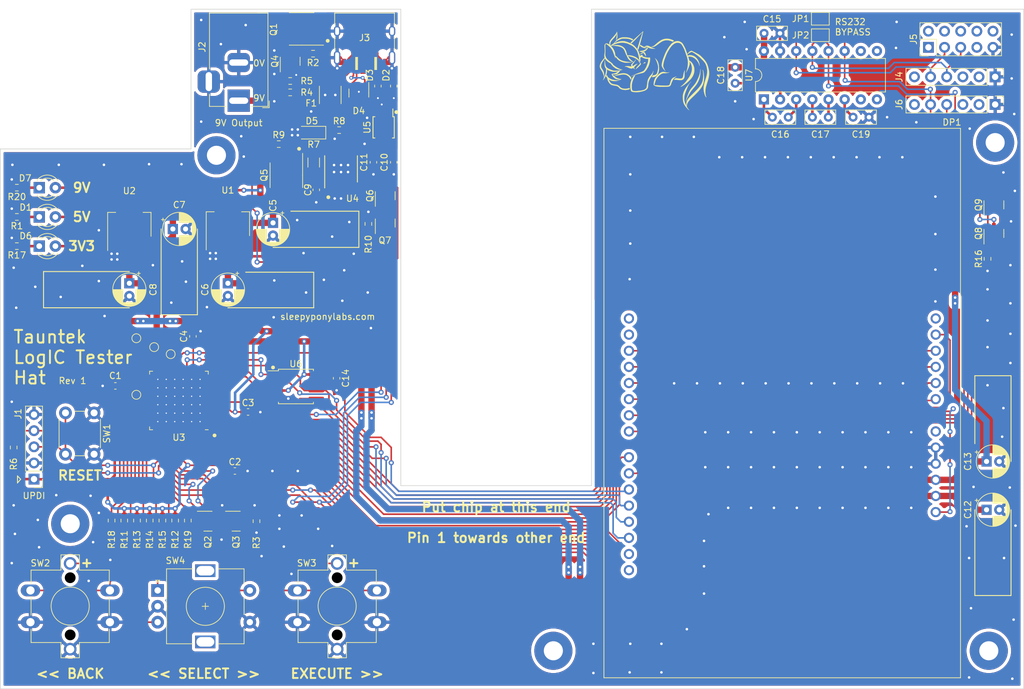
<source format=kicad_pcb>
(kicad_pcb (version 20211014) (generator pcbnew)
  (title_block (title "Tauntek LogIC Tester Hat") (date "2022-06-18") (rev "1") (company "Sleepy Pony Labs"))
  (layers (0 "F.Cu" signal) (31 "B.Cu" signal) (34 "B.Paste" user) (35 "F.Paste" user) (36 "B.SilkS" user "B.Silkscreen") (37 "F.SilkS" user "F.Silkscreen") (38 "B.Mask" user) (39 "F.Mask" user) (44 "Edge.Cuts" user))
  (net 0 "")
  (net 1 "+5V")
  (net 2 "GND")
  (net 3 "+9V")
  (net 4 "+3V3")
  (net 5 "Net-(C9-Pad1)")
  (net 6 "Net-(C10-Pad1)")
  (net 7 "Net-(C16-Pad1)")
  (net 8 "Net-(C16-Pad2)")
  (net 9 "Net-(C17-Pad1)")
  (net 10 "Net-(C17-Pad2)")
  (net 11 "Net-(C18-Pad1)")
  (net 12 "Net-(C19-Pad1)")
  (net 13 "Net-(D1-Pad1)")
  (net 14 "Net-(D2-Pad2)")
  (net 15 "Net-(D3-Pad2)")
  (net 16 "Net-(D5-Pad1)")
  (net 17 "~{RST}")
  (net 19 "LCD_WR")
  (net 20 "LCD_RS")
  (net 21 "LCD_CS")
  (net 25 "LCD_D2")
  (net 26 "LCD_D3")
  (net 27 "LCD_D4")
  (net 28 "LCD_D5")
  (net 29 "LCD_D6")
  (net 30 "LCD_D7")
  (net 31 "LCD_D0")
  (net 32 "LCD_D1")
  (net 33 "SDCARD_SS_3V3")
  (net 34 "SPI_MOSI_3V3")
  (net 35 "SPI_MISO_3V3")
  (net 36 "SPI_SCK_3V3")
  (net 39 "Net-(F1-Pad1)")
  (net 47 "/serial/RS232_RX")
  (net 48 "/serial/RS232_TX")
  (net 59 "TO_TESTER")
  (net 60 "FROM_TESTER")
  (net 62 "Net-(JP2-Pad1)")
  (net 63 "Net-(Q1-Pad4)")
  (net 64 "SERIAL_XDIR")
  (net 65 "Net-(Q2-Pad2)")
  (net 66 "SERIAL_TX")
  (net 67 "Net-(Q4-Pad1)")
  (net 68 "Net-(Q5-Pad4)")
  (net 69 "Net-(Q6-Pad1)")
  (net 70 "Net-(Q6-Pad2)")
  (net 71 "Net-(Q6-Pad3)")
  (net 72 "RS232_ENABLE")
  (net 73 "Net-(Q8-Pad2)")
  (net 74 "Net-(R8-Pad2)")
  (net 75 "BTN_A")
  (net 76 "BTN_B")
  (net 77 "ENC_B")
  (net 78 "ENC_A")
  (net 79 "ENC_SW")
  (net 86 "EEPROM_SS_3V3")
  (net 94 "Net-(U4-Pad4)")
  (net 101 "Net-(D4-Pad1)")
  (net 102 "Net-(D4-Pad2)")
  (net 103 "Net-(J2-Pad1)")
  (net 104 "Net-(D6-Pad1)")
  (net 105 "/UPDI")
  (net 106 "Net-(R18-Pad1)")
  (net 107 "Net-(R19-Pad1)")
  (net 108 "BTN_A_LED")
  (net 109 "BTN_B_LED")
  (net 110 "LCD_RD")
  (net 113 "LCD_RST")
  (net 118 "TESTER_PWR_EN")
  (net 119 "Net-(D7-Pad1)")
  (net 120 "Net-(U3-Pad26)")
  (net 121 "Net-(U3-Pad27)")
  (net 122 "Net-(U3-Pad28)")
  (net 123 "Net-(U3-Pad36)")
  (footprint "Capacitor_SMD:C_0603_1608Metric" (layer "F.Cu") (at 70.3 81.5 90)
    (fp_text reference "C4")
    (fp_text value "100nF")
  )
  (footprint "Resistor_SMD:R_1206_3216Metric" (layer "F.Cu") (at 89.3 54.1375 -90)
    (fp_text reference "R7")
    (fp_text value "1K")
  )
  (footprint "Resistor_SMD:R_0603_1608Metric" (layer "F.Cu") (at 69.5 110.5 90)
    (fp_text reference "R19")
    (fp_text value "330R")
  )
  (footprint "Jumper:SolderJumper-2_P1.3mm_Open_Pad1.0x1.5mm" (layer "F.Cu") (at 169 31.5 180)
    (fp_text reference "JP1")
    (fp_text value "TX_JP")
  )
  (footprint "Connector_PinHeader_2.54mm:PinHeader_1x06_P2.54mm_Vertical" (layer "F.Cu") (at 196.5 40.65 -90)
    (fp_text reference "J4")
    (fp_text value "SERIAL_ADAPTER")
  )
  (footprint "MountingHole:MountingHole_3mm_Pad" (layer "F.Cu") (at 196.5 51)
    (fp_text reference "H1" hide)
    (fp_text value "Pad")
  )
  (footprint "LED_THT:LED_D3.0mm" (layer "F.Cu") (at 46.125 67.3)
    (fp_text reference "D6")
    (fp_text value "RED")
  )
  (footprint "Package_TO_SOT_SMD:SOT-23" (layer "F.Cu") (at 100.55 63.6625 90)
    (fp_text reference "Q7")
    (fp_text value "DMG2302U")
  )
  (footprint "Package_SO:MSOP-10_3x3mm_P0.5mm" (layer "F.Cu") (at 100.3 48.6 -90)
    (fp_text reference "U5")
    (fp_text value "CH340E")
  )
  (footprint "tauntek-hat:USB_C_Receptacle_HRO_TYPE-C-31-M-12_NO_SBU" (layer "F.Cu") (at 97.3 34.5 180)
    (fp_text reference "J3")
    (fp_text value "USB-TYPE-C-018")
  )
  (footprint "Resistor_SMD:R_0603_1608Metric" (layer "F.Cu") (at 97.9 63.8 90)
    (fp_text reference "R10")
    (fp_text value "10K")
  )
  (footprint "Diode_SMD:D_SOD-123F" (layer "F.Cu") (at 89 49.4375 180)
    (fp_text reference "D5")
    (fp_text value "SMF12A")
  )
  (footprint "Capacitor_SMD:C_0603_1608Metric" (layer "F.Cu") (at 76.9 102.7)
    (fp_text reference "C2")
    (fp_text value "100nF")
  )
  (footprint "Resistor_SMD:R_0603_1608Metric" (layer "F.Cu") (at 42.6 58.1 180)
    (fp_text reference "R20")
    (fp_text value "330R")
  )
  (footprint "Resistor_SMD:R_0603_1608Metric" (layer "F.Cu") (at 42.1 99 90)
    (fp_text reference "R6")
    (fp_text value "10K")
  )
  (footprint "tauntek-hat:SW_PUSH-12mm_Lamp" (layer "F.Cu") (at 99.24 126.5 180)
    (fp_text reference "SW3")
    (fp_text value "EXEC_BTN")
  )
  (footprint "Resistor_SMD:R_0603_1608Metric" (layer "F.Cu") (at 85.6 41.3)
    (fp_text reference "R5")
    (fp_text value "10K")
  )
  (footprint "Package_TO_SOT_SMD:SOT-223-3_TabPin2" (layer "F.Cu") (at 60.3 63.9 90)
    (fp_text reference "U2")
    (fp_text value "AMS1117-3.3")
  )
  (footprint "Capacitor_THT:C_Rect_L4.6mm_W2.0mm_P2.50mm_MKS02_FKP02" (layer "F.Cu") (at 167.75 47)
    (fp_text reference "C17")
    (fp_text value "100nF")
  )
  (footprint "Inductor_SMD:L_0603_1608Metric" (layer "F.Cu") (at 99.4 42.1 90)
    (fp_text reference "D3")
    (fp_text value "0603ESDA-05N")
  )
  (footprint "Resistor_SMD:R_0603_1608Metric" (layer "F.Cu") (at 63.5 110.5 -90)
    (fp_text reference "R14")
    (fp_text value "10K")
  )
  (footprint "Rotary_Encoder:RotaryEncoder_Alps_EC11E-Switch_Vertical_H20mm" (layer "F.Cu") (at 64.75 121.5)
    (fp_text reference "SW4")
    (fp_text value "EC11x_Encoder")
  )
  (footprint "Package_TO_SOT_SMD:SOT-23" (layer "F.Cu") (at 196.3 60.8 90)
    (fp_text reference "Q9")
    (fp_text value "DMG2302U")
  )
  (footprint "TestPoint:TestPoint_Pad_D1.0mm" (layer "F.Cu") (at 66.8 84.3)
    (fp_text reference "TP1" hide)
    (fp_text value "TestPoint")
  )
  (footprint "Package_TO_SOT_SMD:SOT-23" (layer "F.Cu") (at 96.4 43.2 -90)
    (fp_text reference "D4")
    (fp_text value "ESDA6V1L")
  )
  (footprint "Connector_PinHeader_2.54mm:PinHeader_1x05_P2.54mm_Vertical" (layer "F.Cu") (at 45.3 103.975 180)
    (fp_text reference "J1")
    (fp_text value "UPDI")
  )
  (footprint "Resistor_SMD:R_0603_1608Metric" (layer "F.Cu") (at 93.3 49.0375)
    (fp_text reference "R8")
    (fp_text value "10K")
  )
  (footprint "Capacitor_THT:C_Rect_L4.6mm_W2.0mm_P2.50mm_MKS02_FKP02" (layer "F.Cu") (at 160.15 33.8)
    (fp_text reference "C15")
    (fp_text value "100nF")
  )
  (footprint "Capacitor_SMD:C_0603_1608Metric" (layer "F.Cu") (at 98.7 54.1 -90)
    (fp_text reference "C11")
    (fp_text value "100nF")
  )
  (footprint "Package_SO:SOIC-8_3.9x4.9mm_P1.27mm" (layer "F.Cu") (at 85 56.1375 -90)
    (fp_text reference "Q5")
    (fp_text value "NCE30P12S")
  )
  (footprint "Package_TO_SOT_SMD:SOT-223-3_TabPin2" (layer "F.Cu") (at 75.8 63.8 90)
    (fp_text reference "U1")
    (fp_text value "AMS1117-5.0")
  )
  (footprint "Resistor_SMD:R_0603_1608Metric" (layer "F.Cu") (at 89.2 37 180)
    (fp_text reference "R2")
    (fp_text value "10K")
  )
  (footprint "Resistor_SMD:R_0603_1608Metric" (layer "F.Cu") (at 59.5 110.5 -90)
    (fp_text reference "R11")
    (fp_text value "10K")
  )
  (footprint "Jumper:SolderJumper-2_P1.3mm_Open_Pad1.0x1.5mm" (layer "F.Cu") (at 169 34.1 180)
    (fp_text reference "JP2")
    (fp_text value "RX_JP")
  )
  (footprint "Capacitor_THT:C_Rect_L4.6mm_W2.0mm_P2.50mm_MKS02_FKP02" (layer "F.Cu") (at 155.6 41.65 90)
    (fp_text reference "C18")
    (fp_text value "100nF")
  )
  (footprint "Capacitor_THT:CP_Radial_D5.0mm_P2.00mm" (layer "F.Cu") (at 75.8 73.14888 -90)
    (fp_text reference "C6")
    (fp_text value "10uF")
  )
  (footprint "tauntek-hat:ESSOP-10-1EP_3.9x4.9mm_P1.00mm_EP2.29x3mm" (layer "F.Cu") (at 93.6 55.1375 90)
    (fp_text reference "U4")
    (fp_text value "CH224K")
  )
  (footprint "Package_TO_SOT_SMD:SOT-23" (layer "F.Cu") (at 100.55 59.3625 90)
    (fp_text reference "Q6")
    (fp_text value "DMG2302U")
  )
  (footprint "tauntek-hat:SOP-8_5.28x5.23mm_P1.27mm_LongPads" (layer "F.Cu") (at 86.5 89.4)
    (fp_text reference "U6")
    (fp_text value "25LC256 / GT32L24A180")
  )
  (footprint "MountingHole:MountingHole_3mm_Pad" (layer "F.Cu") (at 74 53)
    (fp_text reference "H5" hide)
    (fp_text value "Pad")
  )
  (footprint "Capacitor_THT:CP_Radial_D5.0mm_P2.00mm" (layer "F.Cu") (at 60.3 73.14888 -90)
    (fp_text reference "C8")
    (fp_text value "10uF")
  )
  (footprint "Capacitor_SMD:C_0603_1608Metric" (layer "F.Cu") (at 101.9 54.1 -90)
    (fp_text reference "C10")
    (fp_text value "100nF")
  )
  (footprint "Capacitor_SMD:C_0603_1608Metric" (layer "F.Cu") (at 78.975 93.4)
    (fp_text reference "C3")
    (fp_text value "100nF")
  )
  (footprint "Resistor_SMD:R_0603_1608Metric" (layer "F.Cu") (at 61.5 110.5 -90)
    (fp_text reference "R13")
    (fp_text value "10K")
  )
  (footprint "Package_DFN_QFN:QFN-64-1EP_9x9mm_P0.5mm_EP7.15x7.15mm_ThermalVias" (layer "F.Cu") (at 68.1 91.6 180)
    (fp_text reference "U3")
    (fp_text value "AVR128DB64-IMR")
  )
  (footprint "Resistor_SMD:R_0603_1608Metric" (layer "F.Cu") (at 80.3 110.6 -90)
    (fp_text reference "R3")
    (fp_text value "10K")
  )
  (footprint "Package_TO_SOT_SMD:SOT-23" (layer "F.Cu") (at 77.1 110.6)
    (fp_text reference "Q3")
    (fp_text value "DMG2302U")
  )
  (footprint "TestPoint:TestPoint_Pad_D1.0mm" (layer "F.Cu") (at 64.2 83.2)
    (fp_text reference "TP2" hide)
    (fp_text value "TestPoint")
  )
  (footprint "Capacitor_THT:CP_Radial_D5.0mm_P2.00mm" (layer "F.Cu") (at 195.144888 108.8)
    (fp_text reference "C12")
    (fp_text value "10uF")
  )
  (footprint "Resistor_SMD:R_0603_1608Metric" (layer "F.Cu") (at 42.6 62.7 180)
    (fp_text reference "R1")
    (fp_text value "330R")
  )
  (footprint "TestPoint:TestPoint_Pad_D1.0mm" (layer "F.Cu") (at 61.4 81.8)
    (fp_text reference "TP3" hide)
    (fp_text value "TestPoint")
  )
  (footprint "Package_SO:SOIC-8_3.9x4.9mm_P1.27mm" (layer "F.Cu") (at 87.4 33.1 180)
    (fp_text reference "Q1")
    (fp_text value "NCE30P12S")
  )
  (footprint "Package_TO_SOT_SMD:SOT-23" (layer "F.Cu") (at 196.3 65.3 90)
    (fp_text reference "Q8")
    (fp_text value "DMG2302U")
  )
  (footprint "Resistor_SMD:R_0603_1608Metric" (layer "F.Cu") (at 195.3 69.3 -90)
    (fp_text reference "R16")
    (fp_text value "10K")
  )
  (footprint "Resistor_SMD:R_0603_1608Metric" (layer "F.Cu") (at 83.8 51.2375 180)
    (fp_text reference "R9")
    (fp_text value "10K")
  )
  (footprint "slp_logo:sleepylogo_20mm" (layer "F.Cu") (at 143.2 39)
    (fp_text reference "G***" hide)
    (fp_text value "LOGO" hide)
  )
  (footprint "Resistor_SMD:R_0603_1608Metric" (layer "F.Cu") (at 65.5 110.5 -90)
    (fp_text reference "R15")
    (fp_text value "10K")
  )
  (footprint "Resistor_SMD:R_0603_1608Metric" (layer "F.Cu") (at 67.5 110.5 -90)
    (fp_text reference "R12")
    (fp_text value "10K")
  )
  (footprint "Resistor_SMD:R_0603_1608Metric" (layer "F.Cu") (at 42.6 67.3 180)
    (fp_text reference "R17")
    (fp_text value "330R")
  )
  (footprint "Connector_PinHeader_2.54mm:PinHeader_2x05_P2.54mm_Vertical" (layer "F.Cu") (at 186 36 90)
    (fp_text reference "J5")
    (fp_text value "SERIAL_DB9")
  )
  (footprint "Connector_PinHeader_2.54mm:PinHeader_1x06_P2.54mm_Vertical" (layer "F.Cu") (at 196.5 45 -90)
    (fp_text reference "J6")
    (fp_text value "TESTER_SERIAL_PORT")
  )
  (footprint "Capacitor_SMD:C_0603_1608Metric" (layer "F.Cu") (at 92.9 88.1 -90)
    (fp_text reference "C14")
    (fp_text value "100nF")
  )
  (footprint "Capacitor_SMD:C_0603_1608Metric" (layer "F.Cu") (at 58.1 89.3 180)
    (fp_text reference "C1")
    (fp_text value "100nF")
  )
  (footprint "Button_Switch_THT:SW_PUSH_6mm" (layer "F.Cu") (at 54.75 93.55 -90)
    (fp_text reference "SW1")
    (fp_text value "RST_BTN")
  )
  (footprint "Package_DIP:DIP-16_W7.62mm" (layer "F.Cu") (at 160.125 44.2 90)
    (fp_text reference "U7")
    (fp_text value "MAX232")
  )
  (footprint "tauntek-hat:Arduino_UNO_R3_Display" (layer "F.Cu") (at 187.15 78.69 -90)
    (fp_text reference "DP1")
    (fp_text value "3.5in TFT Display (UNO)")
  )
  (footprint "LED_THT:LED_D3.0mm" (layer "F.Cu") (at 46.125 58.1)
    (fp_text reference "D7")
    (fp_text value "RED")
  )
  (footprint "Package_TO_SOT_SMD:SOT-23" (layer "F.Cu") (at 72.6625 110.6)
    (fp_text reference "Q2")
    (fp_text value "DMG2302U")
  )
  (footprint "Resistor_SMD:R_0603_1608Metric" (layer "F.Cu") (at 85.6 43.1 180)
    (fp_text reference "R4")
    (fp_text value "330R")
  )
  (footprint "Capacitor_THT:C_Rect_L4.6mm_W2.0mm_P2.50mm_MKS02_FKP02" (layer "F.Cu") (at 161.45 47)
    (fp_text reference "C16")
    (fp_text value "100nF")
  )
  (footprint "tauntek-hat:SW_PUSH-12mm_Lamp" (layer "F.Cu") (at 57.24 126.5 180)
    (fp_text reference "SW2")
    (fp_text value "BACK_BTN")
  )
  (footprint "MountingHole:MountingHole_3mm_Pad" (layer "F.Cu") (at 51 111)
    (fp_text reference "H4" hide)
    (fp_text value "Pad")
  )
  (footprint "Package_TO_SOT_SMD:SOT-23" (layer "F.Cu") (at 85.6 38.2 90)
    (fp_text reference "Q4")
    (fp_text value "DMG2302U")
  )
  (footprint "MountingHole:MountingHole_3mm_Pad" (layer "F.Cu") (at 195.5 131)
    (fp_text reference "H2" hide)
    (fp_text value "Pad")
  )
  (footprint "TestPoint:TestPoint_Pad_D1.0mm" (layer "F.Cu") (at 61.4 90.7)
    (fp_text reference "TP4" hide)
    (fp_text value "TestPoint")
  )
  (footprint "Resistor_SMD:R_0603_1608Metric" (layer "F.Cu") (at 57.5 110.5 90)
    (fp_text reference "R18")
    (fp_text value "330R")
  )
  (footprint "Fuse:Fuse_1812_4532Metric" (layer "F.Cu") (at 91.9 43.5 -90)
    (fp_text reference "F1")
    (fp_text value "BSMD1812-300-16V")
  )
  (footprint "Capacitor_SMD:C_0603_1608Metric" (layer "F.Cu") (at 89.7 58.4375 -90)
    (fp_text reference "C9")
    (fp_text value "1uF")
  )
  (footprint "Inductor_SMD:L_0603_1608Metric" (layer "F.Cu") (at 101.9 42.1 90)
    (fp_text reference "D2")
    (fp_text value "0603ESDA-05N")
  )
  (footprint "Capacitor_THT:CP_Radial_D5.0mm_P2.00mm" (layer "F.Cu") (at 82.9 63.634664 -90)
    (fp_text reference "C5")
    (fp_text value "10uF")
  )
  (footprint "MountingHole:MountingHole_3mm_Pad" (layer "F.Cu") (at 127 131)
    (fp_text reference "H3" hide)
    (fp_text value "Pad")
  )
  (footprint "Connector_BarrelJack:BarrelJack_Horizontal" (layer "F.Cu") (at 77.5 44.4 -90)
    (fp_text reference "J2")
    (fp_text value "TESTER_PWR")
  )
  (footprint "LED_THT:LED_D3.0mm" (layer "F.Cu") (at 46.125 62.7)
    (fp_text reference "D1")
    (fp_text value "RED")
  )
  (footprint "Capacitor_THT:CP_Radial_D5.0mm_P2.00mm" (layer "F.Cu") (at 195.144888 101.2)
    (fp_text reference "C13")
    (fp_text value "10uF")
  )
  (footprint "Capacitor_THT:C_Rect_L4.6mm_W2.0mm_P2.50mm_MKS02_FKP02" (layer "F.Cu") (at 174.15 47)
    (fp_text reference "C19")
    (fp_text value "100nF")
  )
  (footprint "Capacitor_THT:CP_Radial_D5.0mm_P2.00mm" (layer "F.Cu") (at 67.144888 64.6)
    (fp_text reference "C7")
    (fp_text value "10uF")
  )
  (gr_line (start 199 101.2) (end 199 87.7) (layer "F.SilkS") (width 0.15))
  (gr_line (start 46.8 71.3) (end 46.8 77) (layer "F.SilkS") (width 0.15))
  (gr_circle (center 91.5 34.976393) (end 91.723607 34.976393) (layer "F.SilkS") (width 0.15) (fill solid))
  (gr_line (start 89.3 71.4) (end 78.6 71.4) (layer "F.SilkS") (width 0.15))
  (gr_line (start 65.3 64.6) (end 65.3 78.1) (layer "F.SilkS") (width 0.15))
  (gr_line (start 96.4 61.8) (end 85.7 61.8) (layer "F.SilkS") (width 0.15))
  (gr_line (start 96.4 67.5) (end 96.4 61.8) (layer "F.SilkS") (width 0.15))
  (gr_circle (center 73.7 97.1) (end 73.923607 97.1) (layer "F.SilkS") (width 0.15) (fill solid))
  (gr_line (start 75.8 77) (end 89.3 77) (layer "F.SilkS") (width 0.15))
  (gr_circle (center 91.6 59.6) (end 91.823607 59.6) (layer "F.SilkS") (width 0.15) (fill solid))
  (gr_circle (center 87 51.976393) (end 87.223607 51.976393) (layer "F.SilkS") (width 0.15) (fill solid))
  (gr_line (start 65.3 78.1) (end 71 78.1) (layer "F.SilkS") (width 0.15))
  (gr_line (start 42.7 103.475) (end 43.2 104) (layer "F.SilkS") (width 0.15))
  (gr_line (start 89.3 77) (end 89.3 71.4) (layer "F.SilkS") (width 0.15))
  (gr_line (start 60.3 77) (end 46.8 77) (layer "F.SilkS") (width 0.15))
  (gr_circle (center 82.9 86.4) (end 83.123607 86.4) (layer "F.SilkS") (width 0.15) (fill solid))
  (gr_line (start 193.3 108.8) (end 193.3 122.3) (layer "F.SilkS") (width 0.15))
  (gr_line (start 82.9 67.5) (end 96.4 67.5) (layer "F.SilkS") (width 0.15))
  (gr_line (start 199 108.8) (end 199 122.3) (layer "F.SilkS") (width 0.15))
  (gr_line (start 60.3 71.3) (end 46.8 71.3) (layer "F.SilkS") (width 0.15))
  (gr_line (start 193.3 87.7) (end 193.3 98.4) (layer "F.SilkS") (width 0.15))
  (gr_line (start 193.3 122.3) (end 199 122.3) (layer "F.SilkS") (width 0.15))
  (gr_line (start 43.2 104) (end 42.7 104.575) (layer "F.SilkS") (width 0.15))
  (gr_line (start 42.7 104.575) (end 42.7 103.475) (layer "F.SilkS") (width 0.15))
  (gr_line (start 71 64.6) (end 71 78.1) (layer "F.SilkS") (width 0.15))
  (gr_circle (center 102.3 46.2) (end 102.523607 46.2) (layer "F.SilkS") (width 0.15) (fill solid))
  (gr_line (start 199 87.7) (end 193.3 87.7) (layer "F.SilkS") (width 0.15))
  (gr_line (start 40 137) (end 201 137) (layer "Edge.Cuts") (width 0.1))
  (gr_line (start 133 30) (end 201 30) (layer "Edge.Cuts") (width 0.1))
  (gr_line (start 70 30) (end 103 30) (layer "Edge.Cuts") (width 0.1))
  (gr_line (start 201 30) (end 201 137) (layer "Edge.Cuts") (width 0.1))
  (gr_line (start 70 30) (end 70 52) (layer "Edge.Cuts") (width 0.1))
  (gr_line (start 133 30) (end 133 105) (layer "Edge.Cuts") (width 0.1))
  (gr_line (start 70 52) (end 40 52) (layer "Edge.Cuts") (width 0.1))
  (gr_line (start 133 105) (end 103 105) (layer "Edge.Cuts") (width 0.1))
  (gr_line (start 103 30) (end 103 105) (layer "Edge.Cuts") (width 0.1))
  (gr_line (start 40 52) (end 40 137) (layer "Edge.Cuts") (width 0.1))
  (gr_text "<< BACK" (at 51 134.6) (layer "F.SilkS") (effects (font (size 1.5 1.5) (thickness 0.3))))
  (gr_text "5V" (at 52.8 62.7) (layer "F.SilkS") (effects (font (size 1.5 1.5) (thickness 0.3))))
  (gr_text "UPDI" (at 45.3 106.6) (layer "F.SilkS") (effects (font (size 1 1))))
  (gr_text "+" (at 53.6 117.1) (layer "F.SilkS") (effects (font (size 1.5 1.5) (thickness 0.3))))
  (gr_text "9V" (at 52.8 58.1) (layer "F.SilkS") (effects (font (size 1.5 1.5) (thickness 0.3))))
  (gr_text "Put chip at this end\n\nPin 1 towards other end" (at 118 110.8) (layer "F.SilkS") (effects (font (size 1.5 1.5) (thickness 0.3))))
  (gr_text "RS232\nBYPASS" (at 171.2 32.8) (layer "F.SilkS") (effects (font (size 1 1)) (justify left)))
  (gr_text "sleepyponylabs.com" (at 91.5 78.4) (layer "F.SilkS") (effects (font (size 1 1))))
  (gr_text "0V" (at 80.7 38.5) (layer "F.SilkS") (effects (font (size 1 1))))
  (gr_text "Rev 1" (at 49.1 88.5) (layer "F.SilkS") (effects (font (size 1 1)) (justify left)))
  (gr_text "9V" (at 80.7 44) (layer "F.SilkS") (effects (font (size 1 1))))
  (gr_text "Tauntek \nLogIC Tester \nHat" (at 41.9 84.8) (layer "F.SilkS") (effects (font (size 2 2) (thickness 0.3)) (justify left)))
  (gr_text "3V3" (at 52.8 67.3) (layer "F.SilkS") (effects (font (size 1.5 1.5) (thickness 0.3))))
  (gr_text "<< SELECT >>" (at 72 134.6) (layer "F.SilkS") (effects (font (size 1.5 1.5) (thickness 0.3))))
  (gr_text "9V Output" (at 77.5 47.9) (layer "F.SilkS") (effects (font (size 1 1))))
  (gr_text "+" (at 95.6 117.1) (layer "F.SilkS") (effects (font (size 1.5 1.5) (thickness 0.3))))
  (gr_text "RESET" (at 52.5 103.4) (layer "F.SilkS") (effects (font (size 1.5 1.5) (thickness 0.3))))
  (gr_text "EXECUTE >>" (at 92.99 134.6) (layer "F.SilkS") (effects (font (size 1.5 1.5) (thickness 0.3))))
  (segment (start 61.35 88.35) (end 60.4 89.3) (width 0.25) (layer "F.Cu") (net 1))
  (segment (start 94.9 61.9) (end 91.4 61.9) (width 0.4) (layer "F.Cu") (net 1))
  (segment (start 65.85 67.05) (end 67.144888 65.755112) (width 1) (layer "F.Cu") (net 1))
  (segment (start 57.4 104) (end 58 103.4) (width 0.4) (layer "F.Cu") (net 1))
  (segment (start 79.6 74.5) (end 79.6 79.1) (width 1) (layer "F.Cu") (net 1))
  (segment (start 183.7 51.2) (end 190.2 57.7) (width 1) (layer "F.Cu") (net 1))
  (segment (start 56.9 104.8) (end 56.9 104) (width 0.4) (layer "F.Cu") (net 1))
  (segment (start 190.2 57.7) (end 190.2 75.4) (width 1) (layer "F.Cu") (net 1))
  (segment (start 67.5 109.675) (end 67.5 108.6) (width 0.4) (layer "F.Cu") (net 1))
  (segment (start 98.4 94.4) (end 98.4 93.5) (width 1) (layer "F.Cu") (net 1))
  (segment (start 72.5375 92.85) (end 75.85 92.85) (width 0.25) (layer "F.Cu") (net 1))
  (segment (start 153.75 39.15) (end 153 39.9) (width 1) (layer "F.Cu") (net 1))
  (segment (start 67.75 60.65) (end 65.7 58.6) (width 0.4) (layer "F.Cu") (net 1))
  (segment (start 143.2 125.9) (end 134.5 125.9) (width 1) (layer "F.Cu") (net 1))
  (segment (start 62.5 79.1) (end 60.6 79.1) (width 1) (layer "F.Cu") (net 1))
  (segment (start 81.2 80.7) (end 81.9 80.7) (width 1) (layer "F.Cu") (net 1))
  (segment (start 58 91.5) (end 58.875 90.625) (width 0.4) (layer "F.Cu") (net 1))
  (segment (start 76.935 93.4) (end 78.2 93.4) (width 0.25) (layer "F.Cu") (net 1))
  (segment (start 98.4 83.5) (end 98.4 93.5) (width 1) (layer "F.Cu") (net 1))
  (segment (start 42.1 102.3) (end 42.1 99.825) (width 0.4) (layer "F.Cu") (net 1))
  (segment (start 146.5 109) (end 146.5 122.6) (width 1) (layer "F.Cu") (net 1))
  (segment (start 189.91 104.09) (end 192.8 101.2) (width 1) (layer "F.Cu") (net 1))
  (segment (start 63.6625 88.35) (end 61.35 88.35) (width 0.25) (layer "F.Cu") (net 1))
  (segment (start 190.2 75.4) (end 190.2 76.3) (width 1) (layer "F.Cu") (net 1))
  (segment (start 131.2 118.7) (end 131.2 117.8) (width 1) (layer "F.Cu") (net 1))
  (segment (start 45.3 103.975) (end 43.775 103.975) (width 0.4) (layer "F.Cu") (net 1))
  (segment (start 56.9 104) (end 57.4 104) (width 0.4) (layer "F.Cu") (net 1))
  (segment (start 75 102.7) (end 76.125 102.7) (width 0.25) (layer "F.Cu") (net 1))
  (segment (start 98.075 53.325) (end 97.3 54.1) (width 0.4) (layer "F.Cu") (net 1))
  (segment (start 158.85 39.15) (end 160.125 37.875) (width 1) (layer "F.Cu") (net 1))
  (segment (start 69.5 101.8) (end 74.1 101.8) (width 0.25) (layer "F.Cu") (net 1))
  (segment (start 91.4 61.9) (end 84.4 68.9) (width 0.4) (layer "F.Cu") (net 1))
  (segment (start 160.125 37.875) (end 160.125 36.58) (width 1) (layer "F.Cu") (net 1))
  (segment (start 97.3 54.1) (end 97.3 59.5) (width 0.4) (layer "F.Cu") (net 1))
  (segment (start 61.5 109.675) (end 61.5 108.6) (width 0.4) (layer "F.Cu") (net 1))
  (segment (start 183.7 51.2) (end 154.3 51.2) (width 1) (layer "F.Cu") (net 1))
  (segment (start 58.875 80.825) (end 58.875 89.3) (width 1) (layer "F.Cu") (net 1))
  (segment (start 75.8 60.65) (end 75.8 66.95) (width 1) (layer "F.Cu") (net 1))
  (segment (start 62.6 67.05) (end 65.85 67.05) (width 1) (layer "F.Cu") (net 1))
  (segment (start 75.85 92.85) (end 76.4 93.4) (width 0.25) (layer "F.Cu") (net 1))
  (segment (start 74.1 101.8) (end 75 102.7) (width 0.25) (layer "F.Cu") (net 1))
  (segment (start 67.85 100.15) (end 69.5 101.8) (width 0.25) (layer "F.Cu") (net 1))
  (segment (start 97.3 59.5) (end 94.9 61.9) (width 0.4) (layer "F.Cu") (net 1))
  (segment (start 56.9 104) (end 45.325 104) (width 0.4) (layer "F.Cu") (net 1))
  (segment (start 54.9 58.6) (end 50.8 62.7) (width 0.4) (layer "F.Cu") (net 1))
  (segment (start 99.8 50.8) (end 99.8 49.8) (width 0.25) (layer "F.Cu") (net 1))
  (segment (start 60.6 79.1) (end 58.875 80.825) (width 1) (layer "F.Cu") (net 1))
  (segment (start 187.15 104.09) (end 151.41 104.09) (width 1) (layer "F.Cu") (net 1))
  (segment (start 65.7 58.6) (end 54.9 58.6) (width 0.4) (layer "F.Cu") (net 1))
  (segment (start 58 103.4) (end 58 91.5) (width 0.4) (layer "F.Cu") (net 1))
  (segment (start 131.2 122.6) (end 131.2 118.7) (width 1) (layer "F.Cu") (net 1))
  (segment (start 79.6 79.1) (end 67.6 79.1) (width 1) (layer "F.Cu") (net 1))
  (segment (start 58.875 90.625) (end 58.875 89.3) (width 0.4) (layer "F.Cu") (net 1))
  (segment (start 45.325 104) (end 45.3 103.975) (width 0.4) (layer "F.Cu") (net 1))
  (segment (start 153 49.9) (end 154.3 51.2) (width 1) (layer "F.Cu") (net 1))
  (segment (start 56.9 107.6) (end 56.9 104.8) (width 0.4) (layer "F.Cu") (net 1))
  (segment (start 95.6 80.7) (end 98.4 83.5) (width 1) (layer "F.Cu") (net 1))
  (segment (start 155.6 39.15) (end 153.75 39.15) (width 1) (layer "F.Cu") (net 1))
  (segment (start 43.775 103.975) (end 42.1 102.3) (width 0.4) (layer "F.Cu") (net 1))
  (segment (start 98.7 53.325) (end 98.075 53.325) (width 0.4) (layer "F.Cu") (net 1))
  (segment (start 160.15 33.8) (end 160.15 36.555) (width 1) (layer "F.Cu") (net 1))
  (segment (start 76.4 93.4) (end 76.935 93.4) (width 0.25) (layer "F.Cu") (net 1))
  (segment (start 153 39.9) (end 153 49.9) (width 1) (layer "F.Cu") (net 1))
  (segment (start 134.5 125.9) (end 131.2 122.6) (width 1) (layer "F.Cu") (net 1))
  (segment (start 68.65 60.65) (end 67.75 60.65) (width 0.4) (layer "F.Cu") (net 1))
  (segment (start 146.5 122.6) (end 143.2 125.9) (width 1) (layer "F.Cu") (net 1))
  (segment (start 75.8 73.14888) (end 78.24888 73.14888) (width 1) (layer "F.Cu") (net 1))
  (segment (start 75.8 68.9) (end 75.8 73.14888) (width 1) (layer "F.Cu") (net 1))
  (segment (start 60.4 89.3) (end 58.875 89.3) (width 0.25) (layer "F.Cu") (net 1))
  (segment (start 99 49.5) (end 98.7 49.8) (width 0.25) (layer "F.Cu") (net 1))
  (segment (start 67.144888 62.155112) (end 67.144888 64.6) (width 1) (layer "F.Cu") (net 1))
  (segment (start 78.24888 73.14888) (end 79.6 74.5) (width 1) (layer "F.Cu") (net 1))
  (segment (start 98.7 49.8) (end 98.7 53.325) (width 0.25) (layer "F.Cu") (net 1))
  (segment (start 81.9 80.7) (end 95.6 80.7) (width 1) (layer "F.Cu") (net 1))
  (segment (start 99.5 49.5) (end 99 49.5) (width 0.25) (layer "F.Cu") (net 1))
  (segment (start 68.65 60.65) (end 67.144888 62.155112) (width 1) (layer "F.Cu") (net 1))
  (segment (start 50.8 62.7) (end 48.665 62.7) (width 0.4) (layer "F.Cu") (net 1))
  (segment (start 192.8 101.2) (end 195.144888 101.2) (width 1) (layer "F.Cu") (net 1))
  (segment (start 84.4 68.9) (end 75.8 68.9) (width 0.4) (layer "F.Cu") (net 1))
  (segment (start 67.6 79.1) (end 66.7 79.1) (width 1) (layer "F.Cu") (net 1))
  (segment (start 79.6 79.1) (end 81.2 80.7) (width 1) (layer "F.Cu") (net 1))
  (segment (start 75.8 60.65) (end 68.65 60.65) (width 1) (layer "F.Cu") (net 1))
  (segment (start 63.5 109.675) (end 63.5 108.6) (width 0.4) (layer "F.Cu") (net 1))
  (segment (start 75.8 66.95) (end 75.8 68.9) (width 1) (layer "F.Cu") (net 1))
  (segment (start 67.85 96.0375) (end 67.85 100.15) (width 0.25) (layer "F.Cu") (net 1))
  (segment (start 155.6 39.15) (end 158.85 39.15) (width 1) (layer "F.Cu") (net 1))
  (segment (start 187.15 104.09) (end 189.91 104.09) (width 1) (layer "F.Cu") (net 1))
  (segment (start 59.5 109.675) (end 59.5 108.6) (width 0.4) (layer "F.Cu") (net 1))
  (segment (start 65.5 109.675) (end 65.5 108.6) (width 0.4) (layer "F.Cu") (net 1))
  (segment (start 151.41 104.09) (end 146.5 109) (width 1) (layer "F.Cu") (net 1))
  (segment (start 160.15 36.555) (end 160.125 36.58) (width 1) (layer "F.Cu") (net 1))
  (segment (start 67.144888 65.755112) (end 67.144888 64.6) (width 1) (layer "F.Cu") (net 1))
  (segment (start 99.8 49.8) (end 99.5 49.5) (width 0.25) (layer "F.Cu") (net 1))
  (via (at 62.5 79.1) (size 0.8) (drill 0.4) (layers "F.Cu" "B.Cu") (net 1))
  (via (at 59.5 108.6) (size 0.8) (drill 0.4) (layers "F.Cu" "B.Cu") (net 1))
  (via (at 76.935 93.4) (size 0.8) (drill 0.4) (layers "F.Cu" "B.Cu") (net 1))
  (via (at 190.2 76.3) (size 0.8) (drill 0.4) (layers "F.Cu" "B.Cu") (net 1))
  (via (at 67.5 108.6) (size 0.8) (drill 0.4) (layers "F.Cu" "B.Cu") (net 1))
  (via (at 61.5 108.6) (size 0.8) (drill 0.4) (layers "F.Cu" "B.Cu") (net 1))
  (via (at 61.6 79.1) (size 0.8) (drill 0.4) (layers "F.Cu" "B.Cu") (net 1))
  (via (at 81.9 80.7) (size 0.8) (drill 0.4) (layers "F.Cu" "B.Cu") (net 1))
  (via (at 190.2 75.4) (size 0.8) (drill 0.4) (layers "F.Cu" "B.Cu") (net 1))
  (via (at 67.6 79.1) (size 0.8) (drill 0.4) (layers "F.Cu" "B.Cu") (net 1))
  (via (at 98.4 94.4) (size 0.8) (drill 0.4) (layers "F.Cu" "B.Cu") (net 1))
  (via (at 56.9 107.6) (size 0.8) (drill 0.4) (layers "F.Cu" "B.Cu") (net 1))
  (via (at 66.7 79.1) (size 0.8) (drill 0.4) (layers "F.Cu" "B.Cu") (net 1))
  (via (at 131.2 117.8) (size 0.8) (drill 0.4) (layers "F.Cu" "B.Cu") (net 1))
  (via (at 63.5 108.6) (size 0.8) (drill 0.4) (layers "F.Cu" "B.Cu") (net 1))
  (via (at 69.5 101.8) (size 0.8) (drill 0.4) (layers "F.Cu" "B.Cu") (net 1))
  (via (at 131.2 118.7) (size 0.8) (drill 0.4) (layers "F.Cu" "B.Cu") (net 1))
  (via (at 98.4 93.5) (size 0.8) (drill 0.4) (layers "F.Cu" "B.Cu") (net 1))
  (via (at 65.5 108.6) (size 0.8) (drill 0.4) (layers "F.Cu" "B.Cu") (net 1))
  (segment (start 63.5 108.6) (end 65.5 108.6) (width 0.4) (layer "B.Cu") (net 1))
  (segment (start 129.35 108.7) (end 131.2 110.55) (width 1) (layer "B.Cu") (net 1))
  (segment (start 68.2 103.4) (end 68.2 103.1) (width 0.4) (layer "B.Cu") (net 1))
  (segment (start 131.2 110.55) (end 131.2 118.7) (width 1) (layer "B.Cu") (net 1))
  (segment (start 98.4 96.3) (end 97.6 97.1) (width 1) (layer "B.Cu") (net 1))
  (segment (start 190.2 89.9) (end 195.144888 94.844888) (width 1) (layer "B.Cu") (net 1))
  (segment (start 68.2 107.9) (end 68.2 103.4) (width 0.4) (layer "B.Cu") (net 1))
  (segment (start 59.5 108.6) (end 61.5 108.6) (width 0.4) (layer "B.Cu") (net 1))
  (segment (start 79.8 87.5) (end 76.935 90.365) (width 0.4) (layer "B.Cu") (net 1))
  (segment (start 56.9 107.6) (end 57.9 108.6) (width 0.4) (layer "B.Cu") (net 1))
  (segment (start 61.5 108.6) (end 63.5 108.6) (width 0.4) (layer "B.Cu") (net 1))
  (segment (start 67.6 79.1) (end 62.5 79.1) (width 1) (layer "B.Cu") (net 1))
  (segment (start 76.935 90.365) (end 76.935 93.4) (width 0.4) (layer "B.Cu") (net 1))
  (segment (start 67.5 108.6) (end 68.2 107.9) (width 0.4) (layer "B.Cu") (net 1))
  (segment (start 62.5 79.1) (end 61.6 79.1) (width 1) (layer "B.Cu") (net 1))
  (segment (start 65.5 108.6) (end 67.5 108.6) (width 0.4) (layer "B.Cu") (net 1))
  (segment (start 68.2 103.1) (end 69.5 101.8) (width 0.4) (layer "B.Cu") (net 1))
  (segment (start 195.144888 94.844888) (end 195.144888 101.2) (width 1) (layer "B.Cu") (net 1))
  (segment (start 79.8 82.8) (end 79.8 87.5) (width 0.4) (layer "B.Cu") (net 1))
  (segment (start 101 108.7) (end 129.35 108.7) (width 1) (layer "B.Cu") (net 1))
  (segment (start 97.6 97.1) (end 97.6 105.3) (width 1) (layer "B.Cu") (net 1))
  (segment (start 81.9 80.7) (end 79.8 82.8) (width 0.4) (layer "B.Cu") (net 1))
  (segment (start 190.2 75.4) (end 190.2 89.9) (width 1) (layer "B.Cu") (net 1))
  (segment (start 98.4 93.5) (end 98.4 96.3) (width 1) (layer "B.Cu") (net 1))
  (segment (start 97.6 105.3) (end 101 108.7) (width 1) (layer "B.Cu") (net 1))
  (segment (start 57.9 108.6) (end 59.5 108.6) (width 0.4) (layer "B.Cu") (net 1))
  (segment (start 100.705 38.545) (end 101.62 37.63) (width 0.4) (layer "F.Cu") (net 2))
  (segment (start 41.775 67.3) (end 41.775 66.025) (width 0.4) (layer "F.Cu") (net 2))
  (segment (start 79.75 93.4) (end 80.875 93.4) (width 0.4) (layer "F.Cu") (net 2))
  (segment (start 71.475 80.725) (end 71.5 80.7) (width 0.4) (layer "F.Cu") (net 2))
  (segment (start 96.4 44.1375) (end 96.4 43) (width 0.4) (layer "F.Cu") (net 2))
  (segment (start 86.55 41.175) (end 86.425 41.3) (width 0.4) (layer "F.Cu") (net 2))
  (segment (start 63.6625 88.85) (end 65.35 88.85) (width 0.25) (layer "F.Cu") (net 2))
  (segment (start 100.55 38.545) (end 100.705 38.545) (width 0.4) (layer "F.Cu") (net 2))
  (segment (start 87.3 49.4375) (end 87.6 49.4375) (width 0.4) (layer "F.Cu") (net 2))
  (segment (start 73 68.4) (end 73 67.45) (width 0.4) (layer "F.Cu") (net 2))
  (segment (start 195.3 70.125) (end 195.3 71.2) (width 0.4) (layer "F.Cu") (net 2))
  (segment (start 98.7 54.875) (end 98.7 56) (width 0.4) (layer "F.Cu") (net 2))
  (segment (start 73 67.45) (end 73.5 66.95) (width 0.4) (layer "F.Cu") (net 2))
  (segment (start 101.9 42.8875) (end 101.9 44) (width 0.4) (layer "F.Cu") (net 2))
  (segment (start 80.875 93.4) (end 80.905 93.43) (width 0.4) (layer "F.Cu") (net 2))
  (segment (start 41.775 58.1) (end 41.775 56.825) (width 0.4) (layer "F.Cu") (net 2))
  (segment (start 101.9 54.875) (end 101.9 56) (width 0.4) (layer "F.Cu") (net 2))
  (segment (start 41.775 66.025) (end 41.8 66) (width 0.4) (layer "F.Cu") (net 2))
  (segment (start 92.9 88.875) (end 92.9 90) (width 0.4) (layer "F.Cu") (net 2))
  (segment (start 57.325 89.3) (end 56.1 89.3) (width 0.4) (layer "F.Cu") (net 2))
  (segment (start 69.85 89.36) (end 70.095 89.605) (width 0.25) (layer "F.Cu") (net 2))
  (segment (start 86.8 48.9375) (end 87.3 49.4375) (width 0.4) (layer "F.Cu") (net 2))
  (segment (start 58.4 69.4) (end 58.4 68.5) (width 0.4) (layer "F.Cu") (net 2))
  (segment (start 70.3 80.725) (end 71.475 80.725) (width 0.4) (layer "F.Cu") (net 2))
  (segment (start 65.35 88.85) (end 66.105 89.605) (width 0.25) (layer "F.Cu") (net 2))
  (segment (start 73 69.3) (end 73 68.4) (width 0.4) (layer "F.Cu") (net 2))
  (segment (start 58.4 67.45) (end 58 67.05) (width 0.4) (layer "F.Cu") (net 2))
  (segment (start 68.35 94.01) (end 68.765 93.595) (width 0.25) (layer "F.Cu") (net 2))
  (segment (start 69.85 87.1625) (end 69.85 89.36) (width 0.25) (layer "F.Cu") (net 2))
  (segment (start 94.05 39.3) (end 93 39.3) (width 0.4) (layer "F.Cu") (net 2))
  (segment (start 93.895 38.545) (end 92.98 37.63) (width 0.4) (layer "F.Cu") (net 2))
  (segment (start 71.51 92.35) (end 71.425 92.265) (width 0.25) (layer "F.Cu") (net 2))
  (segment (start 99.4 42.8875) (end 99.4 44) (width 0.4) (layer "F.Cu") (net 2))
  (segment (start 57.5 68.5) (end 57.5 67.55) (width 0.4) (layer "F.Cu") (net 2))
  (segment (start 92.6 52.4875) (end 92.6 50.4) (width 0.4) (layer "F.Cu") (net 2))
  (segment (start 100.3 46.4) (end 100.3 45.3) (width 0.25) (layer "F.Cu") (net 2))
  (segment (start 97.9 62.975) (end 97.9 61.9) (width 0.4) (layer "F.Cu") (net 2))
  (segment (start 94.05 38.545) (end 93.895 38.545) (width 0.4) (layer "F.Cu") (net 2))
  (segment (start 77.675 102.7) (end 78.9 102.7) (width 0.4) (layer "F.Cu") (net 2))
  (segment (start 86.55 40.35) (end 86.55 41.175) (width 0.4) (layer "F.Cu") (net 2))
  (segment (start 89.7 60.4) (end 89.7 59.2125) (width 0.4) (layer "F.Cu") (net 2))
  (segment (start 68.35 96.0375) (end 68.35 94.01) (width 0.25) (layer "F.Cu") (net 2))
  (segment (start 93.6 57.7875) (end 93.6 59.8) (width 0.4) (layer "F.Cu") (net 2))
  (segment (start 87.6 49.4375) (end 87.2 49.4375) (width 0.4) (layer "F.Cu") (net 2))
  (segment (start 73.9 68.4) (end 73.9 67.35) (width 0.4) (layer "F.Cu") (net 2))
  (segment (start 86.55 39.1375) (end 86.55 40.35) (width 0.4) (layer "F.Cu") (net 2))
  (segment (start 87.2 49.4375) (end 86.8 49.8375) (width 0.4) (layer "F.Cu") (net 2))
  (segment (start 41.775 62.7) (end 41.775 61.425) (width 0.4) (layer "F.Cu") (net 2))
  (segment (start 85.9 49.8375) (end 86.8 49.8375) (width 0.4) (layer "F.Cu") (net 2))
  (segment (start 73.9 69.3) (end 73.9 68.4) (width 0.4) (layer "F.Cu") (net 2))
  (segment (start 83.3 91.305) (end 85.295 91.305) (width 0.4) (layer "F.Cu") (net 2))
  (segment (start 162.65 33.8) (end 162.65 36.565) (width 0.4) (layer "F.Cu") (net 2))
  (segment (start 58.4 68.5) (end 58.4 67.45) (width 0.4) (layer "F.Cu") (net 2))
  (segment (start 85.295 91.305) (end 85.3 91.3) (width 0.4) (layer "F.Cu") (net 2))
  (segment (start 85.9 48.9375) (end 86.8 48.9375) (width 0.4) (layer "F.Cu") (net 2))
  (segment (start 57.5 69.4) (end 57.5 68.5) (width 0.4) (layer "F.Cu") (net 2))
  (segment (start 100.55 39.3) (end 100.55 38.545) (width 0.4) (layer "F.Cu") (net 2))
  (segment (start 41.775 61.425) (end 41.8 61.4) (width 0.4) (layer "F.Cu") (net 2))
  (segment (start 72.5375 92.35) (end 71.51 92.35) (width 0.25) (layer "F.Cu") (net 2))
  (segment (start 92.6 57.7875) (end 92.6 59.8) (width 0.4) (layer "F.Cu") (net 2))
  (segment (start 101.6 39.3) (end 100.55 39.3) (width 0.4) (layer "F.Cu") (net 2))
  (segment (start 94.05 38.545) (end 94.05 39.3) (width 0.4) (layer "F.Cu") (net 2))
  (segment (start 162.65 36.565) (end 162.665 36.58) (width 0.4) (layer "F.Cu") (net 2))
  (segment (start 100.3 45.3) (end 100 45) (width 0.25) (layer "F.Cu") (net 2))
  (segment (start 73.9 67.35) (end 73.5 66.95) (width 0.4) (layer "F.Cu") (net 2))
  (segment (start 80.3 111.425) (end 80.3 112.4) (width 0.25) (layer "F.Cu") (net 2))
  (segment (start 41.775 56.825) (end 41.8 56.8) (width 0.4) (layer "F.Cu") (net 2))
  (segment (start 57.5 67.55) (end 58 67.05) (width 0.4) (layer "F.Cu") (net 2))
  (via (at 176.1 96.6) (size 0.8) (drill 0.4) (layers "F.Cu" "B.Cu") (net 2))
  (via (at 73 69.3) (size 0.8) (drill 0.4) (layers "F.Cu" "B.Cu") (net 2))
  (via (at 86.7 63.2) (size 0.8) (drill 0.4) (layers "F.Cu" "B.Cu") (net 2))
  (via (at 92.5 54.5375) (size 0.8) (drill 0.4) (layers "F.Cu" "B.Cu") (net 2))
  (via (at 168.9 108.5) (size 0.8) (drill 0.4) (layers "F.Cu" "B.Cu") (net 2))
  (via (at 182 88.9) (size 0.8) (drill 0.4) (layers "F.Cu" "B.Cu") (net 2))
  (via (at 83.1 40.2) (size 0.8) (drill 0.4) (layers "F.Cu" "B.Cu") (net 2))
  (via (at 193.1 105.2) (size 0.8) (drill 0.4) (layers "F.Cu" "B.Cu") (net 2))
  (via (at 78.3 53.2) (size 0.8) (drill 0.4) (layers "F.Cu" "B.Cu") (net 2))
  (via (at 85.8 118.9) (size 0.8) (drill 0.4) (layers "F.Cu" "B.Cu") (net 2))
  (via (at 179.7 108.5) (size 0.8) (drill 0.4) (layers "F.Cu" "B.Cu") (net 2))
  (via (at 199.6 58.6) (size 0.8) (drill 0.4) (layers "F.Cu" "B.Cu") (net 2))
  (via (at 192.4 116.4) (size 0.8) (drill 0.4) (layers "F.Cu" "B.Cu") (net 2))
  (via (at 85.9 49.8375) (size 0.8) (drill 0.4) (layers "F.Cu" "B.Cu") (net 2))
  (via (at 197.6 97.3) (size 0.8) (drill 0.4) (layers "F.Cu" "B.Cu") (net 2))
  (via (at 133.3 134.5) (size 0.8) (drill 0.4) (layers "F.Cu" "B.Cu") (net 2))
  (via (at 150.7 122) (size 0.8) (drill 0.4) (layers "F.Cu" "B.Cu") (net 2))
  (via (at 41.8 66) (size 0.8) (drill 0.4) (layers "F.Cu" "B.Cu") (net 2))
  (via (at 100 45) (size 0.6) (drill 0.3) (layers "F.Cu" "B.Cu") (net 2))
  (via (at 56.4 78.3) (size 0.8) (drill 0.4) (layers "F.Cu" "B.Cu") (net 2))
  (via (at 95.6 68.5) (size 0.8) (drill 0.4) (layers "F.Cu" "B.Cu") (net 2))
  (via (at 158.1 108.5) (size 0.8) (drill 0.4) (layers "F.Cu" "B.Cu") (net 2))
  (via (at 90 111.8) (size 0.8) (drill 0.4) (layers "F.Cu" "B.Cu") (net 2))
  (via (at 80.3 112.4) (size 0.8) (drill 0.4) (layers "F.Cu" "B.Cu") (net 2))
  (via (at 161.7 108.5) (size 0.8) (drill 0.4) (layers "F.Cu" "B.Cu") (net 2))
  (via (at 197.8 55.7) (size 0.8) (drill 0.4) (layers "F.Cu" "B.Cu") (net 2))
  (via (at 172.5 108.5) (size 0.8) (drill 0.4) (layers "F.Cu" "B.Cu") (net 2))
  (via (at 66.9 76.2) (size 0.8) (drill 0.4) (layers "F.Cu" "B.Cu") (net 2))
  (via (at 156.8 88.9) (size 0.8) (drill 0.4) (layers "F.Cu" "B.Cu") (net 2))
  (via (at 92.6 59.8) (size 0.8) (drill 0.4) (layers "F.Cu" "B.Cu") (net 2))
  (via (at 94.9 63.5) (size 0.8) (drill 0.4) (layers "F.Cu" "B.Cu") (net 2))
  (via (at 90.9 72.6) (size 0.8) (drill 0.4) (layers "F.Cu" "B.Cu") (net 2))
  (via (at 146 88.9) (size 0.8) (drill 0.4) (layers "F.Cu" "B.Cu") (net 2))
  (via (at 91.1 43.5) (size 0.8) (drill 0.4) (layers "F.Cu" "B.Cu") (net 2))
  (via (at 86.8 49.8375) (size 0.8) (drill 0.4) (layers "F.Cu" "B.Cu") (net 2))
  (via (at 198.9 85.7) (size 0.8) (drill 0.4) (layers "F.Cu" "B.Cu") (net 2))
  (via (at 54.2 106.6) (size 0.8) (drill 0.4) (layers "F.Cu" "B.Cu") (net 2))
  (via (at 195.3 79) (size 0.8) (drill 0.4) (layers "F.Cu" "B.Cu") (net 2))
  (via (at 97.3 51.2) (size 0.8) (drill 0.4) (layers "F.Cu" "B.Cu") (net 2))
  (via (at 163.9 53.3) (size 0.8) (drill 0.4) (layers "F.Cu" "B.Cu") (net 2))
  (via (at 174.7 53.3) (size 0.8) (drill 0.4) (layers "F.Cu" "B.Cu") (net 2))
  (via (at 54.6 113.9) (size 0.8) (drill 0.4) (layers "F.Cu" "B.Cu") (net 2))
  (via (at 57.5 69.4) (size 0.8) (drill 0.4) (layers "F.Cu" "B.Cu") (net 2))
  (via (at 83.9 111.8) (size 0.8) (drill 0.4) (layers "F.Cu" "B.Cu") (net 2))
  (via (at 199.5 46.5) (size 0.8) (drill 0.4) (layers "F.Cu" "B.Cu") (net 2))
  (via (at 41.9 54.5) (size 0.8) (drill 0.4) (layers "F.Cu" "B.Cu") (net 2))
  (via (at 98.7 56) (size 0.8) (drill 0.4) (layers "F.Cu" "B.Cu") (net 2))
  (via (at 69.2 72.9) (size 0.8) (drill 0.4) (layers "F.Cu" "B.Cu") (net 2))
  (via (at 157.4 36.3) (size 0.8) (drill 0.4) (layers "F.Cu" "B.Cu") (net 2))
  (via (at 199.4 126.1) (size 0.8) (drill 0.4) (layers "F.Cu" "B.Cu") (net 2))
  (via (at 49.2 54.5) (size 0.8) (drill 0.4) (layers "F.Cu" "B.Cu") (net 2))
  (via (at 96.4 43) (size 0.6) (drill 0.3) (layers "F.Cu" "B.Cu") (net 2))
  (via (at 48.8 106.5) (size 0.8) (drill 0.4) (layers "F.Cu" "B.Cu") (net 2))
  (via (at 198.9 81.1) (size 0.8) (drill 0.4) (layers "F.Cu" "B.Cu") (net 2))
  (via (at 156.7 53.3) (size 0.8) (drill 0.4) (layers "F.Cu" "B.Cu") (net 2))
  (via (at 192.4 135.2) (size 0.8) (drill 0.4) (layers "F.Cu" "B.Cu") (net 2))
  (via (at 153.1 53.3) (size 0.8) (drill 0.4) (layers "F.Cu" "B.Cu") (net 2))
  (via (at 92.9 90) (size 0.8) (drill 0.4) (layers "F.Cu" "B.Cu") (net 2))
  (via (at 187.1 71) (size 0.8) (drill 0.4) (layers "F.Cu" "B.Cu") (net 2))
  (via (at 86.8 102.7) (size 0.8) (drill 0.4) (layers "F.Cu" "B.Cu") (net 2))
  (via (at 150.7 117.7) (size 0.8) (drill 0.4) (layers "F.Cu" "B.Cu") (net 2))
  (via (at 139 134.4) (size 0.8) (drill 0.4) (layers "F.Cu" "B.Cu") (net 2))
  (via (at 158.1 102.1) (size 0.8) (drill 0.4) (layers "F.Cu" "B.Cu") (net 2))
  (via (at 93.6 55.6375) (size 0.8) (drill 0.4) (layers "F.Cu" "B.Cu") (net 2))
  (via (at 93.6 54.5375) (size 0.8) (drill 0.4) (layers "F.Cu" "B.Cu") (net 2))
  (via (at 149.1 50.1) (size 0.8) (drill 0.4) (layers "F.Cu" "B.Cu") (net 2))
  (via (at 157.1 32) (size 0.8) (drill 0.4) (layers "F.Cu" "B.Cu") (net 2))
  (via (at 57.3 116.7) (size 0.8) (drill 0.4) (layers "F.Cu" "B.Cu") (net 2))
  (via (at 55.5 64.8) (size 0.8) (drill 0.4) (layers "F.Cu" "B.Cu") (net 2))
  (via (at 42.1 70.7) (size 0.8) (drill 0.4) (layers "F.Cu" "B.Cu") (net 2))
  (via (at 49.5 75.3) (size 0.8) (drill 0.4) (layers "F.Cu" "B.Cu") (net 2))
  (via (at 57.5 68.5) (size 0.8) (drill 0.4) (layers "F.Cu" "B.Cu") (net 2))
  (via (at 144 129.9) (size 0.8) (drill 0.4) (layers "F.Cu" "B.Cu") (net 2))
  (via (at 55.5 72.8) (size 0.8) (drill 0.4) (layers "F.Cu" "B.Cu") (net 2))
  (via (at 64 70.3) (size 0.8) (drill 0.4) (layers "F.Cu" "B.Cu") (net 2))
  (via (at 101.9 56) (size 0.8) (drill 0.4) (layers "F.Cu" "B.Cu") (net 2))
  (via (at 195.3 83.2) (size 0.8) (drill 0.4) (layers "F.Cu" "B.Cu") (net 2))
  (via (at 93.8 75.9) (size 0.8) (drill 0.4) (layers "F.Cu" "B.Cu") (net 2))
  (via (at 195.3 74.1) (size 0.8) (drill 0.4) (layers "F.Cu" "B.Cu") (net 2))
  (via (at 86.55 40.35) (size 0.6) (drill 0.3) (layers "F.Cu" "B.Cu") (net 2))
  (via (at 87.4 109.7) (size 0.8) (drill 0.4) (layers "F.Cu" "B.Cu") (net 2))
  (via (at 58.4 69.4) (size 0.8) (drill 0.4) (layers "F.Cu" "B.Cu") (net 2))
  (via (at 165.3 102.1) (size 0.8) (drill 0.4) (layers "F.Cu" "B.Cu") (net 2))
  (via (at 92.7 43.5) (size 0.8) (drill 0.4) (layers "F.Cu" "B.Cu") (net 2))
  (via (at 82.8 102.7) (size 0.8) (drill 0.4) (layers "F.Cu" "B.Cu") (net 2))
  (via (at 183.3 108.5) (size 0.8) (drill 0.4) (layers "F.Cu" "B.Cu") (net 2))
  (via (at 139.1 61.7) (size 0.8) (drill 0.4) (layers "F.Cu" "B.Cu") (net 2))
  (via (at 45.9 110.4) (size 0.8) (drill 0.4) (layers "F.Cu" "B.Cu") (net 2))
  (via (at 71.6 47.7) (size 0.8) (drill 0.4) (layers "F.Cu" "B.Cu") (net 2))
  (via (at 179.5 47) (size 0.8) (drill 0.4) (layers "F.Cu" "B.Cu") (net 2))
  (via (at 68.6 69.7) (size 0.8) (drill 0.4) (layers "F.Cu" "B.Cu") (net 2))
  (via (at 154.5 96.6) (size 0.8) (drill 0.4) (layers "F.Cu" "B.Cu") (net 2))
  (via (at 41.8 117.2) (size 0.8) (drill 0.4) (layers "F.Cu" "B.Cu") (net 2))
  (via (at 87.7 68.4) (size 0.8) (drill 0.4) (layers "F.Cu" "B.Cu") (net 2))
  (via (at 176.1 102.1) (size 0.8) (drill 0.4) (layers "F.Cu" "B.Cu") (net 2))
  (via (at 73.9 69.3) (size 0.8) (drill 0.4) (layers "F.Cu" "B.Cu") (net 2))
  (via (at 154.5 102.1) (size 0.8) (drill 0.4) (layers "F.Cu" "B.Cu") (net 2))
  (via (at 160.4 88.9) (size 0.8) (drill 0.4) (layers "F.Cu" "B.Cu") (net 2))
  (via (at 150.7 113.7) (size 0.8) (drill 0.4) (layers "F.Cu" "B.Cu") (net 2))
  (via (at 192 111.4) (size 0.8) (drill 0.4) (layers "F.Cu" "B.Cu") (net 2))
  (via (at 171.1 53.3) (size 0.8) (drill 0.4) (layers "F.Cu" "B.Cu") (net 2))
  (via (at 94.7 55.6375) (size 0.8) (drill 0.4) (layers "F.Cu" "B.Cu") (net 2))
  (via (at 56.3 54.5) (size 0.8) (drill 0.4) (layers "F.Cu" "B.Cu") (net 2))
  (via (at 83.1 44.5) (size 0.8) (drill 0.4) (layers "F.Cu" "B.Cu") (net 2))
  (via (at 97.8 74.6) (size 0.8) (drill 0.4) (layers "F.Cu" "B.Cu") (net 2))
  (via (at 83 78.5) (size 0.8) (drill 0.4) (layers "F.Cu" "B.Cu") (net 2))
  (via (at 197.8 92.8) (size 0.8) (drill 0.4) (layers "F.Cu" "B.Cu") (net 2))
  (via (at 178.4 88.9) (size 0.8) (drill 0.4) (layers "F.Cu" "B.Cu") (net 2))
  (via (at 183.3 96.6) (size 0.8) (drill 0.4) (layers "F.Cu" "B.Cu") (net 2))
  (via (at 183.3 102.1) (size 0.8) (drill 0.4) (layers "F.Cu" "B.Cu") (net 2))
  (via (at 139.1 66.9) (size 0.8) (drill 0.4) (layers "F.Cu" "B.Cu") (net 2))
  (via (at 184.1 47.8) (size 0.8) (drill 0.4) (layers "F.Cu" "B.Cu") (net 2))
  (via (at 178.3 53.3) (size 0.8) (drill 0.4) (layers "F.Cu" "B.Cu") (net 2))
  (via (at 144.1 50.1) (size 0.8) (drill 0.4) (layers "F.Cu" "B.Cu") (net 2))
  (via (at 74.7 35.5) (size 0.8) (drill 0.4) (layers "F.Cu" "B.Cu") (net 2))
  (via (at 199.1 34) (size 0.8) (drill 0.4) (layers "F.Cu" "B.Cu") (net 2))
  (via (at 150.9 96.6) (size 0.8) (drill 0.4) (layers "F.Cu" "B.Cu") (net 2))
  (via (at 167.5 53.3) (size 0.8) (drill 0.4) (layers "F.Cu" "B.Cu") (net 2))
  (via (at 42.5 77) (size 0.8) (drill 0.4) (layers "F.Cu" "B.Cu") (net 2))
  (via (at 84.6 114.6) (size 0.8) (drill 0.4) (layers "F.Cu" "B.Cu") (net 2))
  (via (at 158.1 96.6) (size 0.8) (drill 0.4) (layers "F.Cu" "B.Cu") (net 2))
  (via (at 197.9 116.4) (size 0.8) (drill 0.4) (layers "F.Cu" "B.Cu") (net 2))
  (via (at 181.9 53.3) (size 0.8) (drill 0.4) (layers "F.Cu" "B.Cu") (net 2))
  (via (at 85.9 48.9375) (size 0.8) (drill 0.4) (layers "F.Cu" "B.Cu") (net 2))
  (via (at 72.5 76.9) (size 0.8) (drill 0.4) (layers "F.Cu" "B.Cu") (net 2))
  (via (at 85.3 91.3) (size 0.8) (drill 0.4) (layers "F.Cu" "B.Cu") (net 2))
  (via (at 144 134.4) (size 0.8) (drill 0.4) (layers "F.Cu" "B.Cu") (net 2))
  (via (at 168.9 102.1) (size 0.8) (drill 0.4) (layers "F.Cu" "B.Cu") (net 2))
  (via (at 41.8 56.8) (size 0.8) (drill 0.4) (layers "F.Cu" "B.Cu") (net 2))
  (via (at 92.6 50.4) (size 0.8) (drill 0.4) (layers "F.Cu" "B.Cu") (net 2))
  (via (at 81.1 116.1) (size 0.8) (drill 0.4) (layers "F.Cu" "B.Cu") (net 2))
  (via (at 150.9 102.1) (size 0.8) (drill 0.4) (layers "F.Cu" "B.Cu") (net 2))
  (via (at 98.3 80.2) (size 0.8) (drill 0.4) (layers "F.Cu" "B.Cu") (net 2))
  (via (at 167.6 88.9) (size 0.8) (drill 0.4) (layers "F.Cu" "B.Cu") (net 2))
  (via (at 83.1 36.5) (size 0.8) (drill 0.4) (layers "F.Cu" "B.Cu") (net 2))
  (via (at 165.3 96.6) (size 0.8) (drill 0.4) (layers "F.Cu" "B.Cu") (net 2))
  (via (at 68.5 54.4) (size 0.8) (drill 0.4) (layers "F.Cu" "B.Cu") (net 2))
  (via (at 171.2 88.9) (size 0.8) (drill 0.4) (layers "F.Cu" "B.Cu") (net 2))
  (via (at 42.3 112.6) (size 0.8) (drill 0.4) (layers "F.Cu" "B.Cu") (net 2))
  (via (at 80.905 93.43) (size 0.8) (drill 0.4) (layers "F.Cu" "B.Cu") (net 2))
  (via (at 41.8 91.8) (size 0.8) (drill 0.4) (layers "F.Cu" "B.Cu") (net 2))
  (via (at 63.4 54.4) (size 0.8) (drill 0.4) (layers "F.Cu" "B.Cu") (net 2))
  (via (at 172.5 102.1) (size 0.8) (drill 0.4) (layers "F.Cu" "B.Cu") (net 2))
  (via (at 71.5 80.7) (size 0.8) (drill 0.4) (layers "F.Cu" "B.Cu") (net 2))
  (via (at 139.1 50.1) (size 0.8) (drill 0.4) (layers "F.Cu" "B.Cu") (net 2))
  (via (at 94.1 71.1) (size 0.8) (drill 0.4) (layers "F.Cu" "B.Cu") (net 2))
  (via (at 187.1 76) (size 0.8) (drill 0.4) (layers "F.Cu" "B.Cu") (net 2))
  (via (at 176.1 108.5) (size 0.8) (drill 0.4) (layers "F.Cu" "B.Cu") (net 2))
  (via (at 149.6 88.9) (size 0.8) (drill 0.4) (layers "F.Cu" "B.Cu") (net 2))
  (via (at 101.6 39.3) (size 0.8) (drill 0.4) (layers "F.Cu" "B.Cu") (net 2))
  (via (at 92.2 114.5) (size 0.8) (drill 0.4) (layers "F.Cu" "B.Cu") (net 2))
  (via (at 199 63.4) (size 0.8) (drill 0.4) (layers "F.Cu" "B.Cu") (net 2))
  (via (at 195.3 89.2) (size 0.8) (drill 0.4) (layers "F.Cu" "B.Cu") (net 2))
  (via (at 139 72.5) (size 0.8) (drill 0.4) (layers "F.Cu" "B.Cu") (net 2))
  (via (at 92.2 65.8) (size 0.8) (drill 0.4) (layers "F.Cu" "B.Cu") (net 2))
  (via (at 46.1 114.7) (size 0.8) (drill 0.4) (layers "F.Cu" "B.Cu") (net 2))
  (via (at 73.9 68.4) (size 0.8) (drill 0.4) (layers "F.Cu" "B.Cu") (net 2))
  (via (at 71.6 31.7) (size 0.8) (drill 0.4) (layers "F.Cu" "B.Cu") (net 2))
  (via (at 161.7 102.1) (size 0.8) (drill 0.4) (layers "F.Cu" "B.Cu") (net 2))
  (via (at 180.9 36.1) (size 0.8) (drill 0.4) (layers "F.Cu" "B.Cu") (net 2))
  (via (at 99.4 44) (size 0.6) (drill 0.3) (layers "F.Cu" "B.Cu") (net 2))
  (via (at 165.3 108.5) (size 0.8) (drill 0.4) (layers "F.Cu" "B.Cu") (net 2))
  (via (at 86.8 48.9375) (size 0.8) (drill 0.4) (layers "F.Cu" "B.Cu") (net 2))
  (via (at 198.8 105.3) (size 0.8) (drill 0.4) (layers "F.Cu" "B.Cu") (net 2))
  (via (at 151.4 109.5) (size 0.8) (drill 0.4) (layers "F.Cu" "B.Cu") (net 2))
  (via (at 89.7 60.4) (size 0.8) (drill 0.4) (layers "F.Cu" "B.Cu") (net 2))
  (via (at 172.5 96.6) (size 0.8) (drill 0.4) (layers "F.Cu" "B.Cu") (net 2))
  (via (at 148 127.6) (size 0.8) (drill 0.4) (layers "F.Cu" "B.Cu") (net 2))
  (via (at 58.4 68.5) (size 0.8) (drill 0.4) (layers "F.Cu" "B.Cu") (net 2))
  (via (at 174.8 88.9) (size 0.8) (drill 0.4) (layers "F.Cu" "B.Cu") (net 2))
  (via (at 97.9 61.9) (size 0.8) (drill 0.4) (layers "F.Cu" "B.Cu") (net 2))
  (via (at 56.1 89.3) (size 0.8) (drill 0.4) (layers "F.Cu" "B.Cu") (net 2))
  (via (at 42.1 108.1) (size 0.8) (drill 0.4) (layers "F.Cu" "B.Cu") (net 2))
  (via (at 73 68.4) (size 0.8) (drill 0.4) (layers "F.Cu" "B.Cu") (net 2))
  (via (at 78.6 32.5) (size 0.8) (drill 0.4) (layers "F.Cu" "B.Cu") (net 2))
  (via (at 92.5 55.6375) (size 0.8) (drill 0.4) (layers "F.Cu" "B.Cu") (net 2))
  (via (at 93 39.3) (size 0.8) (drill 0.4) (layers "F.Cu" "B.Cu") (net 2))
  (via (at 101.9 44) (size 0.6) (drill 0.3) (layers "F.Cu" "B.Cu") (net 2))
  (via (at 187.1 59.5) (size 0.8) (drill 0.4) (layers "F.Cu" "B.Cu") (net 2))
  (via (at 80 108.1) (size 0.8) (drill 0.4) (layers "F.Cu" "B.Cu") (net 2))
  (via (at 161.7 96.6) (size 0.8) (drill 0.4) (layers "F.Cu" "B.Cu") (net 2))
  (via (at 74.9 108.1) (size 0.8) (drill 0.4) (layers "F.Cu" "B.Cu") (net 2))
  (via (at 192.5 48.8) (size 0.8) (drill 0.4) (layers "F.Cu" "B.Cu") (net 2))
  (via (at 179.7 96.6) (size 0.8) (drill 0.4) (layers "F.Cu" "B.Cu") (net 2))
  (via (at 139.1 56) (size 0.8) (drill 0.4) (layers "F.Cu" "B.Cu") (net 2))
  (via (at 55.5 109.3) (size 0.8) (drill 0.4) (layers "F.Cu" "B.Cu") (net 2))
  (via (at 192.7 124.3) (size 0.8) (drill 0.4) (layers "F.Cu" "B.Cu") (net 2))
  (via (at 187.1 65.4) (size 0.8) (drill 0.4) (layers "F.Cu" "B.Cu") (net 2))
  (via (at 93.6 59.8) (size 0.8) (drill 0.4) (layers "F.Cu" "B.Cu") (net 2))
  (via (at 78.9 102.7) (size 0.8) (drill 0.4) (layers "F.Cu" "B.Cu") (net 2))
  (via (at 199.1 40.9) (size 0.8) (drill 0.4) (layers "F.Cu" "B.Cu") (net 2))
  (via (at 154.5 108.5) (size 0.8) (drill 0.4) (layers "F.Cu" "B.Cu") (net 2))
  (via (at 53.9 120) (size 0.8) (drill 0.4) (layers "F.Cu" "B.Cu") (net 2))
  (via (at 88.1 74.6) (size 0.8) (drill 0.4) (layers "F.Cu" "B.Cu") (net 2))
  (via (at 139.1 129.9) (size 0.8) (drill 0.4) (layers "F.Cu" "B.Cu") (net 2))
  (via (at 181 32) (size 0.8) (drill 0.4) (layers "F.Cu" "B.Cu") (net 2))
  (via (at 97.7 47.1) (size 0.8) (drill 0.4) (layers "F.Cu" "B.Cu") (net 2))
  (via (at 199.2 135.4) (size 0.8) (drill 0.4) (layers "F.Cu" "B.Cu") (net 2))
  (via (at 52.9 70.4) (size 0.8) (drill 0.4) (layers "F.Cu" "B.Cu") (net 2))
  (via (at 198.9 76.3) (size 0.8) (drill 0.4) (layers "F.Cu" "B.Cu") (net 2))
  (via (at 83.1 72.7) (size 0.8) (drill 0.4) (layers "F.Cu" "B.Cu") (net 2))
  (via (at 160.3 53.3) (size 0.8) (drill 0.4) (layers "F.Cu" "B.Cu") (net 2))
  (via (at 77.9 50) (size 0.8) (drill 0.4) (layers "F.Cu" "B.Cu") (net 2))
  (via (at 164 88.9) (size 0.8) (drill 0.4) (layers "F.Cu" "B.Cu") (net 2))
  (via (at 195.3 71.2) (size 0.8) (drill 0.4) (layers "F.Cu" "B.Cu") (net 2))
  (via (at 199.7 111.3) (size 0.8) (drill 0.4) (layers "F.Cu" "B.Cu") (net 2))
  (via (at 83.9 109.7) (size 0.8) (drill 0.4) (layers "F.Cu" "B.Cu") (net 2))
  (via (at 155.6 44.5) (size 0.8) (drill 0.4) (layers "F.Cu" "B.Cu") (net 2))
  (via (at 153.9 34.4) (size 0.8) (drill 0.4) (layers "F.Cu" "B.Cu") (net 2))
  (via (at 74.8 113.5) (size 0.8) (drill 0.4) (layers "F.Cu" "B.Cu") (net 2))
  (via (at 41.8 61.4) (size 0.8) (drill 0.4) (layers "F.Cu" "B.Cu") (net 2))
  (via (at 88.9 46.1) (size 0.8) (drill 0.4) (layers "F.Cu" "B.Cu") (net 2))
  (via (at 94.7 54.5375) (size 0.8) (drill 0.4) (layers "F.Cu" "B.Cu") (net 2))
  (via (at 158.5 47.3) (size 0.8) (drill 0.4) (layers "F.Cu" "B.Cu") (net 2))
  (via (at 168.9 96.6) (size 0.8) (drill 0.4) (layers "F.Cu" "B.Cu") (net 2))
  (via (at 198.9 70.3) (size 0.8) (drill 0.4) (layers "F.Cu" "B.Cu") (net 2))
  (via (at 45.5 73.7) (size 0.8) (drill 0.4) (layers "F.Cu" "B.Cu") (net 2))
  (via (at 133.3 129.9) (size 0.8) (drill 0.4) (layers "F.Cu" "B.Cu") (net 2))
  (via (at 153.2 88.9) (size 0.8) (drill 0.4) (layers "F.Cu" "B.Cu") (net 2))
  (via (at 179.7 102.1) (size 0.8) (drill 0.4) (layers "F.Cu" "B.Cu") (net 2))
  (segment (start 84.365 60.8725) (end 84.3 60.9375) (width 0.6) (layer "F.Cu") (net 3))
  (segment (start 89.875 33.735) (end 91.235 33.735) (width 0.6) (layer "F.Cu") (net 3))
  (segment (start 90.8 37) (end 91.3 36.5) (width 1) (layer "F.Cu") (net 3))
  (segment (start 79.565336 63.634664) (end 78.1 65.1) (width 1) (layer "F.Cu") (net 3))
  (segment (start 82.9 63.634664) (end 79.565336 63.634664) (width 1) (layer "F.Cu") (net 3))
  (segment (start 85.635 60.9025) (end 85.6 60.9375) (width 0.6) (layer "F.Cu") (net 3))
  (segment (start 78.3 58.5) (end 69.2 58.5) (width 0.4) (layer "F.Cu") (net 3))
  (segment (start 91.3 35) (end 91.3 33.8) (width 1) (layer "F.Cu") (net 3))
  (segment (start 85.635 58.6125) (end 85.635 60.9025) (width 0.6) (layer "F.Cu") (net 3))
  (segment (start 51.7 57.1) (end 50.7 58.1) (width 0.4) (layer "F.Cu") (net 3))
  (segment (start 83 60.9375) (end 84.3 60.9375) (width 1) (layer "F.Cu") (net 3))
  (segment (start 78.1 65.1) (end 78.1 66.95) (width 1) (layer "F.Cu") (net 3))
  (segment (start 90.025 37) (end 90.8 37) (width 1) (layer "F.Cu") (net 3))
  (segment (start 67.8 57.1) (end 51.7 57.1) (width 0.4) (layer "F.Cu") (net 3))
  (segment (start 83.095 60.8425) (end 83 60.9375) (width 0.6) (layer "F.Cu") (net 3))
  (segment (start 83.095 58.6125) (end 83.095 60.8425) (width 0.6) (layer "F.Cu") (net 3))
  (segment (start 86.905 60.9325) (end 86.9 60.9375) (width 0.6) (layer "F.Cu") (net 3))
  (segment (start 80.9 59.8375) (end 82 60.9375) (width 1) (layer "F.Cu") (net 3))
  (segment (start 88.5 39.7) (end 88.5 44) (width 1) (layer "F.Cu") (net 3))
  (segment (start 50.7 58.1) (end 48.665 58.1) (width 0.4) (layer "F.Cu") (net 3))
  (segment (start 82.9 63.634664) (end 82.9 61.0375) (width 1) (layer "F.Cu") (net 3))
  (segment (start 84.9 47.6) (end 83.3375 47.6) (width 1) (layer "F.Cu") (net 3))
  (segment (start 89.875 35.005) (end 91.295 35.005) (width 0.6) (layer "F.Cu") (net 3))
  (segment (start 82 48.9375) (end 80.9 50.0375) (width 1) (layer "F.Cu") (net 3))
  (segment (start 80.9 50.0375) (end 80.9 58.5) (width 1) (layer "F.Cu") (net 3))
  (segment (start 88.5 44) (end 84.9 47.6) (width 1) (layer "F.Cu") (net 3))
  (segment (start 91.3 33.8) (end 91.3 32.6) (width 1) (layer "F.Cu") (net 3))
  (segment (start 85.6 60.9375) (end 86.9 60.9375) (width 1) (layer "F.Cu") (net 3))
  (segment (start 86.905 58.6125) (end 86.905 60.9325) (width 0.6) (layer "F.Cu") (net 3))
  (segment (start 91.295 35.005) (end 91.3 35) (width 0.6) (layer "F.Cu") (net 3))
  (segment (start 84.365 58.6125) (end 84.365 60.8725) (width 0.6) (layer "F.Cu") (net 3))
  (segment (start 91.3 36.5) (end 91.3 35) (width 1) (layer "F.Cu") (net 3))
  (segment (start 91.3 32.6) (end 91.165 32.465) (width 0.6) (layer "F.Cu") (net 3))
  (segment (start 80.9 58.5) (end 80.9 59.8375) (width 1) (layer "F.Cu") (net 3))
  (segment (start 91.235 33.735) (end 91.3 33.8) (width 0.6) (layer "F.Cu") (net 3))
  (segment (start 84.3 60.9375) (end 85.6 60.9375) (width 1) (layer "F.Cu") (net 3))
  (segment (start 83.3375 47.6) (end 82 48.9375) (width 1) (layer "F.Cu") (net 3))
  (segment (start 91.165 32.465) (end 89.875 32.465) (width 0.6) (layer "F.Cu") (net 3))
  (segment (start 82 60.9375) (end 83 60.9375) (width 1) (layer "F.Cu") (net 3))
  (segment (start 69.2 58.5) (end 67.8 57.1) (width 0.4) (layer "F.Cu") (net 3))
  (segment (start 90.025 38.175) (end 88.5 39.7) (width 1) (layer "F.Cu") (net 3))
  (segment (start 90.025 37) (end 90.025 38.175) (width 1) (layer "F.Cu") (net 3))
  (segment (start 82.9 61.0375) (end 83 60.9375) (width 1) (layer "F.Cu") (net 3))
  (via (at 80.9 58.5) (size 0.8) (drill 0.4) (layers "F.Cu" "B.Cu") (net 3))
  (via (at 78.3 58.5) (size 0.8) (drill 0.4) (layers "F.Cu" "B.Cu") (net 3))
  (segment (start 80.9 58.5) (end 78.3 58.5) (width 0.4) (layer "B.Cu") (net 3))
  (segment (start 187.15 106.63) (end 151.57 106.63) (width 1) (layer "F.Cu") (net 4))
  (segment (start 87.8 87.5) (end 89.695 87.5) (width 0.4) (layer "F.Cu") (net 4))
  (segment (start 148.3 109.9) (end 148.3 123.7) (width 1) (layer "F.Cu") (net 4))
  (segment (start 70.275 82.3) (end 70.3 82.275) (width 1) (layer "F.Cu") (net 4))
  (segment (start 63.14888 73.14888) (end 64.6 74.6) (width 1) (layer "F.Cu") (net 4))
  (segment (start 85.265 90.035) (end 85.3 90) (width 0.4) (layer "F.Cu") (net 4))
  (segment (start 96.8 84.6) (end 94.5 82.3) (width 1) (layer "F.Cu") (net 4))
  (segment (start 96.8 94.4) (end 96.8 93.5) (width 1) (layer "F.Cu") (net 4))
  (segment (start 89.7 88.765) (end 89.7 87.495) (width 0.4) (layer "F.Cu") (net 4))
  (segment (start 83.3 90.035) (end 85.265 90.035) (width 0.4) (layer "F.Cu") (net 4))
  (segment (start 50.4 67.3) (end 48.665 67.3) (width 0.4) (layer "F.Cu") (net 4))
  (segment (start 64.6 80.6) (end 66.3 82.3) (width 1) (layer "F.Cu") (net 4))
  (segment (start 129.4 118.7) (end 129.4 117.8) (width 1) (layer "F.Cu") (net 4))
  (segment (start 60.3 60.75) (end 60.3 67.05) (width 1) (layer "F.Cu") (net 4))
  (segment (start 92.73 87.495) (end 92.9 87.325) (width 0.4) (layer "F.Cu") (net 4))
  (segment (start 190.03 106.63) (end 192.2 108.8) (width 1) (layer "F.Cu") (net 4))
  (segment (start 129.4 123.8) (end 129.4 118.7) (width 1) (layer "F.Cu") (net 4))
  (segment (start 70.35 87.1625) (end 70.35 82.325) (width 0.25) (layer "F.Cu") (net 4))
  (segment (start 60.3 73.14888) (end 63.14888 73.14888) (width 1) (layer "F.Cu") (net 4))
  (segment (start 89.695 87.5) (end 89.7 87.495) (width 0.4) (layer "F.Cu") (net 4))
  (segment (start 133.3 127.7) (end 129.4 123.8) (width 1) (layer "F.Cu") (net 4))
  (segment (start 144.3 127.7) (end 133.3 127.7) (width 1) (layer "F.Cu") (net 4))
  (segment (start 148.3 123.7) (end 144.3 127.7) (width 1) (layer "F.Cu") (net 4))
  (segment (start 94.5 82.3) (end 70.325 82.3) (width 1) (layer "F.Cu") (net 4))
  (segment (start 56.95 60.75) (end 50.4 67.3) (width 0.4) (layer "F.Cu") (net 4))
  (segment (start 89.7 87.495) (end 92.73 87.495) (width 0.4) (layer "F.Cu") (net 4))
  (segment (start 60.3 67.05) (end 60.3 73.14888) (width 1) (layer "F.Cu") (net 4))
  (segment (start 187.15 106.63) (end 190.03 106.63) (width 1) (layer "F.Cu") (net 4))
  (segment (start 60.3 60.75) (end 56.95 60.75) (width 0.4) (layer "F.Cu") (net 4))
  (segment (start 151.57 106.63) (end 148.3 109.9) (width 1) (layer "F.Cu") (net 4))
  (segment (start 66.3 82.3) (end 70.275 82.3) (width 1) (layer "F.Cu") (net 4))
  (segment (start 192.2 108.8) (end 195.144888 108.8) (width 1) (layer "F.Cu") (net 4))
  (segment (start 64.6 74.6) (end 64.6 80.6) (width 1) (layer "F.Cu") (net 4))
  (segment (start 96.8 93.5) (end 96.8 84.6) (width 1) (layer "F.Cu") (net 4))
  (segment (start 70.35 82.325) (end 70.3 82.275) (width 0.25) (layer "F.Cu") (net 4))
  (segment (start 70.325 82.3) (end 70.3 82.275) (width 1) (layer "F.Cu") (net 4))
  (via (at 96.8 94.4) (size 0.8) (drill 0.4) (layers "F.Cu" "B.Cu") (net 4))
  (via (at 87.8 87.5) (size 0.8) (drill 0.4) (layers "F.Cu" "B.Cu") (net 4))
  (via (at 129.4 118.7) (size 0.8) (drill 0.4) (layers "F.Cu" "B.Cu") (net 4))
  (via (at 129.4 117.8) (size 0.8) (drill 0.4) (layers "F.Cu" "B.Cu") (net 4))
  (via (at 96.8 93.5) (size 0.8) (drill 0.4) (layers "F.Cu" "B.Cu") (net 4))
  (via (at 87.8 82.3) (size 0.8) (drill 0.4) (layers "F.Cu" "B.Cu") (net 4))
  (via (at 85.3 90) (size 0.8) (drill 0.4) (layers "F.Cu" "B.Cu") (net 4))
  (segment (start 87.8 87.5) (end 85.3 90) (width 0.4) (layer "B.Cu") (net 4))
  (segment (start 128.4 110.5) (end 129.4 111.5) (width 1) (layer "B.Cu") (net 4))
  (segment (start 96 106.7) (end 99.8 110.5) (width 1) (layer "B.Cu") (net 4))
  (segment (start 96.8 95.6) (end 96 96.4) (width 1) (layer "B.Cu") (net 4))
  (segment (start 96.8 93.5) (end 96.8 95.6) (width 1) (layer "B.Cu") (net 4))
  (segment (start 96 96.4) (end 96 106.7) (width 1) (layer "B.Cu") (net 4))
  (segment (start 87.8 87.5) (end 87.8 82.3) (width 0.4) (layer "B.Cu") (net 4))
  (segment (start 129.4 111.5) (end 129.4 118.7) (width 1) (layer "B.Cu") (net 4))
  (segment (start 99.8 110.5) (end 128.4 110.5) (width 1) (layer "B.Cu") (net 4))
  (segment (start 91.475 57.6625) (end 91.6 57.7875) (width 0.4) (layer "F.Cu") (net 5))
  (segment (start 89.7 57.6625) (end 91.475 57.6625) (width 0.4) (layer "F.Cu") (net 5))
  (segment (start 89.7 56.7375) (end 89.7 57.6625) (width 0.4) (layer "F.Cu") (net 5))
  (segment (start 91.6 57.7875) (end 91.6 57.6875) (width 0.4) (layer "F.Cu") (net 5))
  (segment (start 89.3 56.3375) (end 89.7 56.7375) (width 0.4) (layer "F.Cu") (net 5))
  (segment (start 89.3 55.6) (end 89.3 56.3375) (width 0.4) (layer "F.Cu") (net 5))
  (segment (start 101.9 52.6) (end 101.9 53.325) (width 0.25) (layer "F.Cu") (net 6))
  (segment (start 101.3 52) (end 101.9 52.6) (width 0.25) (layer "F.Cu") (net 6))
  (segment (start 101.3 50.8) (end 101.3 52) (width 0.25) (layer "F.Cu") (net 6))
  (segment (start 160.125 44.2) (end 160.125 45.675) (width 0.4) (layer "F.Cu") (net 7))
  (segment (start 160.125 45.675) (end 161.45 47) (width 0.4) (layer "F.Cu") (net 7))
  (segment (start 165.205 45.745) (end 163.95 47) (width 0.4) (layer "F.Cu") (net 8))
  (segment (start 165.205 44.2) (end 165.205 45.745) (width 0.4) (layer "F.Cu") (net 8))
  (segment (start 167.745 44.2) (end 167.745 46.995) (width 0.4) (layer "F.Cu") (net 9))
  (segment (start 167.745 46.995) (end 167.75 47) (width 0.4) (layer "F.Cu") (net 9))
  (segment (start 170.285 44.2) (end 170.285 46.965) (width 0.4) (layer "F.Cu") (net 10))
  (segment (start 170.285 46.965) (end 170.25 47) (width 0.4) (layer "F.Cu") (net 10))
  (segment (start 161.35 41.65) (end 162.7 43) (width 0.4) (layer "F.Cu") (net 11))
  (segment (start 162.7 43) (end 162.7 44.165) (width 0.4) (layer "F.Cu") (net 11))
  (segment (start 155.6 41.65) (end 161.35 41.65) (width 0.4) (layer "F.Cu") (net 11))
  (segment (start 162.7 44.165) (end 162.665 44.2) (width 0.4) (layer "F.Cu") (net 11))
  (segment (start 172.825 44.2) (end 172.825 45.675) (width 0.4) (layer "F.Cu") (net 12))
  (segment (start 172.825 45.675) (end 174.15 47) (width 0.4) (layer "F.Cu") (net 12))
  (segment (start 46.125 62.7) (end 43.425 62.7) (width 0.4) (layer "F.Cu") (net 13))
  (segment (start 101 47.6) (end 100.8 47.4) (width 0.25) (layer "F.Cu") (net 14))
  (segment (start 97.2 37.3) (end 97.05 37.45) (width 0.25) (layer "F.Cu") (net 14))
  (segment (start 101.8 45) (end 101.8 47.4) (width 0.25) (layer "F.Cu") (net 14))
  (segment (start 97.05 37.45) (end 97.05 38.545) (width 0.25) (layer "F.Cu") (net 14))
  (segment (start 98.05 37.45) (end 97.9 37.3) (width 0.25) (layer "F.Cu") (net 14))
  (segment (start 100.9 44.1) (end 101.8 45) (width 0.25) (layer "F.Cu") (net 14))
  (segment (start 101.8 47.4) (end 101.6 47.6) (width 0.25) (layer "F.Cu") (net 14))
  (segment (start 101.6 47.6) (end 101 47.6) (width 0.25) (layer "F.Cu") (net 14))
  (segment (start 97.9 37.3) (end 97.2 37.3) (width 0.25) (layer "F.Cu") (net 14))
  (segment (start 98.05 38.545) (end 98.05 39.65) (width 0.25) (layer "F.Cu") (net 14))
  (segment (start 98.3 39.9) (end 100.4875 39.9) (width 0.25) (layer "F.Cu") (net 14))
  (segment (start 98.05 39.65) (end 98.3 39.9) (width 0.25) (layer "F.Cu") (net 14))
  (segment (start 100.9 41.6) (end 100.9 44.1) (width 0.25) (layer "F.Cu") (net 14))
  (segment (start 101.9 41.3125) (end 101.1875 41.3125) (width 0.25) (layer "F.Cu") (net 14))
  (segment (start 98.05 38.545) (end 98.05 37.45) (width 0.25) (layer "F.Cu") (net 14))
  (segment (start 101.1875 41.3125) (end 100.9 41.6) (width 0.25) (layer "F.Cu") (net 14))
  (segment (start 100.8 47.4) (end 100.8 46.4) (width 0.25) (layer "F.Cu") (net 14))
  (segment (start 100.4875 39.9) (end 101.9 41.3125) (width 0.25) (layer "F.Cu") (net 14))
  (segment (start 100.4 44.4) (end 101.3 45.3) (width 0.25) (layer "F.Cu") (net 15))
  (segment (start 99.4 41.3125) (end 100.1125 41.3125) (width 0.25) (layer "F.Cu") (net 15))
  (segment (start 99.2 40.4) (end 99.4 40.6) (width 0.25) (layer "F.Cu") (net 15))
  (segment (start 100.4 41.6) (end 100.4 44.4) (width 0.25) (layer "F.Cu") (net 15))
  (segment (start 97.55 38.545) (end 97.55 40.05) (width 0.25) (layer "F.Cu") (net 15))
  (segment (start 101.3 45.3) (end 101.3 46.4) (width 0.25) (layer "F.Cu") (net 15))
  (segment (start 99.4 40.6) (end 99.4 41.3125) (width 0.25) (layer "F.Cu") (net 15))
  (segment (start 97.55 40.05) (end 97.9 40.4) (width 0.25) (layer "F.Cu") (net 15))
  (segment (start 96.75 40.05) (end 97.55 40.05) (width 0.25) (layer "F.Cu") (net 15))
  (segment (start 96.55 38.545) (end 96.55 39.85) (width 0.25) (layer "F.Cu") (net 15))
  (segment (start 96.55 39.85) (end 96.75 40.05) (width 0.25) (layer "F.Cu") (net 15))
  (segment (start 97.9 40.4) (end 99.2 40.4) (width 0.25) (layer "F.Cu") (net 15))
  (segment (start 100.1125 41.3125) (end 100.4 41.6) (width 0.25) (layer "F.Cu") (net 15))
  (segment (start 84.625 52.0125) (end 84.365 52.2725) (width 0.25) (layer "F.Cu") (net 16))
  (segment (start 89.3 51.5375) (end 89.3 52.675) (width 0.8) (layer "F.Cu") (net 16))
  (segment (start 86.905 53.6625) (end 85.635 53.6625) (width 0.8) (layer "F.Cu") (net 16))
  (segment (start 90.4 48.3) (end 91.9 46.8) (width 0.8) (layer "F.Cu") (net 16))
  (segment (start 92.475 49.0375) (end 91.8 49.0375) (width 0.8) (layer "F.Cu") (net 16))
  (segment (start 91.8 49.0375) (end 91.4 49.4375) (width 0.8) (layer "F.Cu") (net 16))
  (segment (start 91.4 49.4375) (end 90.4 49.4375) (width 0.8) (layer "F.Cu") (net 16))
  (segment (start 90.4 49.4375) (end 90.4 48.3) (width 0.8) (layer "F.Cu") (net 16))
  (segment (start 90.4 50.4375) (end 89.3 51.5375) (width 0.8) (layer "F.Cu") (net 16))
  (segment (start 91.9 46.8) (end 91.9 45.6375) (width 0.8) (layer "F.Cu") (net 16))
  (segment (start 90.4 49.4375) (end 90.4 50.4375) (width 0.8) (layer "F.Cu") (net 16))
  (segment (start 84.365 52.2725) (end 84.365 53.6625) (width 0.25) (layer "F.Cu") (net 16))
  (segment (start 89.3 52.675) (end 87.8925 52.675) (width 0.8) (layer "F.Cu") (net 16))
  (segment (start 87.8925 52.675) (end 86.905 53.6625) (width 0.8) (layer "F.Cu") (net 16))
  (segment (start 84.625 51.2375) (end 84.625 52.0125) (width 0.25) (layer "F.Cu") (net 16))
  (segment (start 85.635 53.6625) (end 84.365 53.6625) (width 0.8) (layer "F.Cu") (net 16))
  (segment (start 43.045 96.355) (end 42.1 97.3) (width 0.25) (layer "F.Cu") (net 17))
  (segment (start 136.3 122.8) (end 141.4 122.8) (width 0.25) (layer "F.Cu") (net 17))
  (segment (start 143.3 120.9) (end 143.3 107.3) (width 0.25) (layer "F.Cu") (net 17))
  (segment (start 134.4 120.9) (end 136.3 122.8) (width 0.25) (layer "F.Cu") (net 17))
  (segment (start 88.8 105.7) (end 89.5 105.7) (width 0.25) (layer "F.Cu") (net 17))
  (segment (start 147.5 103.1) (end 147.5 95.1) (width 0.25) (layer "F.Cu") (net 17))
  (segment (start 42.1 97.3) (end 42.1 98.175) (width 0.25) (layer "F.Cu") (net 17))
  (segment (start 86 105.7) (end 68.1 105.7) (width 0.25) (layer "F.Cu") (net 17))
  (segment (start 52 101.8) (end 50.25 100.05) (width 0.25) (layer "F.Cu") (net 17))
  (segment (start 56.9 101.8) (end 52 101.8) (width 0.25) (layer "F.Cu") (net 17))
  (segment (start 50.25 93.55) (end 50.25 100.05) (width 0.25) (layer "F.Cu") (net 17))
  (segment (start 97.5 113.7) (end 132.6 113.7) (width 0.25) (layer "F.Cu") (net 17))
  (segment (start 187.15 109.17) (end 189.33 109.17) (width 0.25) (layer "F.Cu") (net 17))
  (segment (start 64.1 103.7) (end 64.1 101.8) (width 0.25) (layer "F.Cu") (net 17))
  (segment (start 147.5 95.1) (end 149.3 93.3) (width 0.25) (layer "F.Cu") (net 17))
  (segment (start 149.3 93.3) (end 189.5 93.3) (width 0.25) (layer "F.Cu") (net 17))
  (segment (start 45.3 96.355) (end 46.555 96.355) (width 0.25) (layer "F.Cu") (net 17))
  (segment (start 189.4 101.7) (end 189.4 96.5) (width 0.25) (layer "F.Cu") (net 17))
  (segment (start 64.85 101.05) (end 64.85 96.0375) (width 0.25) (layer "F.Cu") (net 17))
  (segment (start 64.1 101.8) (end 64.85 101.05) (width 0.25) (layer "F.Cu") (net 17))
  (segment (start 143.3 107.3) (end 147.5 103.1) (width 0.25) (layer "F.Cu") (net 17))
  (segment (start 46.555 96.355) (end 50.25 100.05) (width 0.25) (layer "F.Cu") (net 17))
  (segment (start 189.5 93.3) (end 189.9 92.9) (width 0.25) (layer "F.Cu") (net 17))
  (segment (start 189.33 109.17) (end 189.4 109.1) (width 0.25) (layer "F.Cu") (net 17))
  (segment (start 132.6 113.7) (end 134.4 115.5) (width 0.25) (layer "F.Cu") (net 17))
  (segment (start 67.1 104.7) (end 65.1 104.7) (width 0.25) (layer "F.Cu") (net 17))
  (segment (start 45.3 96.355) (end 43.045 96.355) (width 0.25) (layer "F.Cu") (net 17))
  (segment (start 89.5 105.7) (end 97.5 113.7) (width 0.25) (layer "F.Cu") (net 17))
  (segment (start 65.1 104.7) (end 64.1 103.7) (width 0.25) (layer "F.Cu") (net 17))
  (segment (start 141.4 122.8) (end 143.3 120.9) (width 0.25) (layer "F.Cu") (net 17))
  (segment (start 134.4 115.5) (end 134.4 120.9) (width 0.25) (layer "F.Cu") (net 17))
  (segment (start 68.1 105.7) (end 67.1 104.7) (width 0.25) (layer "F.Cu") (net 17))
  (via (at 189.4 101.7) (size 0.8) (drill 0.4) (layers "F.Cu" "B.Cu") (net 17))
  (via (at 189.9 92.9) (size 0.8) (drill 0.4) (layers "F.Cu" "B.Cu") (net 17))
  (via (at 64.1 101.8) (size 0.8) (drill 0.4) (layers "F.Cu" "B.Cu") (net 17))
  (via (at 189.4 96.5) (size 0.8) (drill 0.4) (layers "F.Cu" "B.Cu") (net 17))
  (via (at 56.9 101.8) (size 0.8) (drill 0.4) (layers "F.Cu" "B.Cu") (net 17))
  (via (at 189.4 109.1) (size 0.8) (drill 0.4) (layers "F.Cu" "B.Cu") (net 17))
  (via (at 86 105.7) (size 0.8) (drill 0.4) (layers "F.Cu" "B.Cu") (net 17))
  (via (at 88.8 105.7) (size 0.8) (drill 0.4) (layers "F.Cu" "B.Cu") (net 17))
  (segment (start 189.4 93.4) (end 189.9 92.9) (width 0.25) (layer "B.Cu") (net 17))
  (segment (start 64.1 101.8) (end 56.9 101.8) (width 0.25) (layer "B.Cu") (net 17))
  (segment (start 189.4 101.7) (end 189.4 109.1) (width 0.25) (layer "B.Cu") (net 17))
  (segment (start 88.8 105.7) (end 86 105.7) (width 0.25) (layer "B.Cu") (net 17))
  (segment (start 189.4 96.5) (end 189.4 93.4) (width 0.25) (layer "B.Cu") (net 17))
  (segment (start 136.2 120) (end 136.2 114.6) (width 0.25) (layer "F.Cu") (net 19))
  (segment (start 141.5 106.3) (end 141.5 120) (width 0.25) (layer "F.Cu") (net 19))
  (segment (start 145.7 102.1) (end 141.5 106.3) (width 0.25) (layer "F.Cu") (net 19))
  (segment (start 185.95 88.85) (end 185.5 89.3) (width 0.25) (layer "F.Cu") (net 19))
  (segment (start 185.5 90.3) (end 184.3 91.5) (width 0.25) (layer "F.Cu") (net 19))
  (segment (start 70.8 100.6) (end 69.35 99.15) (width 0.25) (layer "F.Cu") (net 19))
  (segment (start 148.4 91.5) (end 145.7 94.2) (width 0.25) (layer "F.Cu") (net 19))
  (segment (start 140.5 121) (end 137.2 121) (width 0.25) (layer "F.Cu") (net 19))
  (segment (start 187.15 88.85) (end 185.95 88.85) (width 0.25) (layer "F.Cu") (net 19))
  (segment (start 185.5 89.3) (end 185.5 90.3) (width 0.25) (layer "F.Cu") (net 19))
  (segment (start 87.4 100.6) (end 70.8 100.6) (width 0.25) (layer "F.Cu") (net 19))
  (segment (start 136.2 114.6) (end 133.5 111.9) (width 0.25) (layer "F.Cu") (net 19))
  (segment (start 133.5 111.9) (end 98.7 111.9) (width 0.25) (layer "F.Cu") (net 19))
  (segment (start 137.2 121) (end 136.2 120) (width 0.25) (layer "F.Cu") (net 19))
  (segment (start 145.7 94.2) (end 145.7 102.1) (width 0.25) (layer "F.Cu") (net 19))
  (segment (start 69.35 99.15) (end 69.35 96.0375) (width 0.25) (layer "F.Cu") (net 19))
  (segment (start 184.3 91.5) (end 148.4 91.5) (width 0.25) (layer "F.Cu") (net 19))
  (segment (start 98.7 111.9) (end 87.4 100.6) (width 0.25) (layer "F.Cu") (net 19))
  (segment (start 141.5 120) (end 140.5 121) (width 0.25) (layer "F.Cu") (net 19))
  (segment (start 184 90.9) (end 148.1 90.9) (width 0.25) (layer "F.Cu") (net 20))
  (segment (start 148.1 90.9) (end 145.1 93.9) (width 0.25) (layer "F.Cu") (net 20))
  (segment (start 140.9 106) (end 140.9 119.7) (width 0.25) (layer "F.Cu") (net 20))
  (segment (start 137.5 120.4) (end 136.8 119.7) (width 0.25) (layer "F.Cu") (net 20))
  (segment (start 133.8 111.3) (end 99.1 111.3) (width 0.25) (layer "F.Cu") (net 20))
  (segment (start 136.8 114.3) (end 133.8 111.3) (width 0.25) (layer "F.Cu") (net 20))
  (segment (start 185.91 86.31) (end 184.9 87.32) (width 0.25) (layer "F.Cu") (net 20))
  (segment (start 184.9 87.32) (end 184.9 90) (width 0.25) (layer "F.Cu") (net 20))
  (segment (start 87.8 100) (end 71.1 100) (width 0.25) (layer "F.Cu") (net 20))
  (segment (start 145.1 93.9) (end 145.1 101.8) (width 0.25) (layer "F.Cu") (net 20))
  (segment (start 187.15 86.31) (end 185.91 86.31) (width 0.25) (layer "F.Cu") (net 20))
  (segment (start 145.1 101.8) (end 140.9 106) (width 0.25) (layer "F.Cu") (net 20))
  (segment (start 99.1 111.3) (end 87.8 100) (width 0.25) (layer "F.Cu") (net 20))
  (segment (start 69.85 98.75) (end 69.85 96.0375) (width 0.25) (layer "F.Cu") (net 20))
  (segment (start 71.1 100) (end 69.85 98.75) (width 0.25) (layer "F.Cu") (net 20))
  (segment (start 140.2 120.4) (end 137.5 120.4) (width 0.25) (layer "F.Cu") (net 20))
  (segment (start 140.9 119.7) (end 140.2 120.4) (width 0.25) (layer "F.Cu") (net 20))
  (segment (start 184.9 90) (end 184 90.9) (width 0.25) (layer "F.Cu") (net 20))
  (segment (start 136.8 119.7) (end 136.8 114.3) (width 0.25) (layer "F.Cu") (net 20))
  (segment (start 88.2 99.4) (end 71.4 99.4) (width 0.25) (layer "F.Cu") (net 21))
  (segment (start 144.5 101.5) (end 140.3 105.7) (width 0.25) (layer "F.Cu") (net 21))
  (segment (start 140.3 119.4) (end 139.9 119.8) (width 0.25) (layer "F.Cu") (net 21))
  (segment (start 140.3 105.7) (end 140.3 119.4) (width 0.25) (layer "F.Cu") (net 21))
  (segment (start 144.5 93.6) (end 144.5 101.5) (width 0.25) (layer "F.Cu") (net 21))
  (segment (start 139.9 119.8) (end 137.8 119.8) (width 0.25) (layer "F.Cu") (net 21))
  (segment (start 183.7 90.3) (end 147.8 90.3) (width 0.25) (layer "F.Cu") (net 21))
  (segment (start 185.33 83.77) (end 184.3 84.8) (width 0.25) (layer "F.Cu") (net 21))
  (segment (start 99.5 110.7) (end 88.2 99.4) (width 0.25) (layer "F.Cu") (net 21))
  (segment (start 137.8 119.8) (end 137.4 119.4) (width 0.25) (layer "F.Cu") (net 21))
  (segment (start 137.4 114) (end 134.1 110.7) (width 0.25) (layer "F.Cu") (net 21))
  (segment (start 184.3 84.8) (end 184.3 89.7) (width 0.25) (layer "F.Cu") (net 21))
  (segment (start 70.35 98.35) (end 70.35 96.0375) (width 0.25) (layer "F.Cu") (net 21))
  (segment (start 147.8 90.3) (end 144.5 93.6) (width 0.25) (layer "F.Cu") (net 21))
  (segment (start 184.3 89.7) (end 183.7 90.3) (width 0.25) (layer "F.Cu") (net 21))
  (segment (start 71.4 99.4) (end 70.35 98.35) (width 0.25) (layer "F.Cu") (net 21))
  (segment (start 137.4 119.4) (end 137.4 114) (width 0.25) (layer "F.Cu") (net 21))
  (segment (start 134.1 110.7) (end 99.5 110.7) (width 0.25) (layer "F.Cu") (net 21))
  (segment (start 187.15 83.77) (end 185.33 83.77) (width 0.25) (layer "F.Cu") (net 21))
  (segment (start 140.6 83.4) (end 140.6 77.9) (width 0.25) (layer "F.Cu") (net 25))
  (segment (start 140 77.3) (end 138 77.3) (width 0.25) (layer "F.Cu") (net 25))
  (segment (start 71.85 97.15) (end 71.85 96.0375) (width 0.25) (layer "F.Cu") (net 25))
  (segment (start 100.7 108.9) (end 89.4 97.6) (width 0.25) (layer "F.Cu") (net 25))
  (segment (start 138.89 83.77) (end 140.23 83.77) (width 0.25) (layer "F.Cu") (net 25))
  (segment (start 140.23 83.77) (end 140.6 83.4) (width 0.25) (layer "F.Cu") (net 25))
  (segment (start 134.7 108.9) (end 100.7 108.9) (width 0.25) (layer "F.Cu") (net 25))
  (segment (start 136.4 107.2) (end 134.7 108.9) (width 0.25) (layer "F.Cu") (net 25))
  (segment (start 89.4 97.6) (end 72.3 97.6) (width 0.25) (layer "F.Cu") (net 25))
  (segment (start 136.4 78.9) (end 136.4 107.2) (width 0.25) (layer "F.Cu") (net 25))
  (segment (start 140.6 77.9) (end 140 77.3) (width 0.25) (layer "F.Cu") (net 25))
  (segment (start 138 77.3) (end 136.4 78.9) (width 0.25) (layer "F.Cu") (net 25))
  (segment (start 72.3 97.6) (end 71.85 97.15) (width 0.25) (layer "F.Cu") (net 25))
  (segment (start 101.1 108.3) (end 89.8 97) (width 0.25) (layer "F.Cu") (net 26))
  (segment (start 140.6 86.3) (end 141.2 85.7) (width 0.25) (layer "F.Cu") (net 26))
  (segment (start 138.9 86.3) (end 140.6 86.3) (width 0.25) (layer "F.Cu") (net 26))
  (segment (start 134.4 108.3) (end 101.1 108.3) (width 0.25) (layer "F.Cu") (net 26))
  (segment (start 141.2 85.7) (end 141.2 77.5) (width 0.25) (layer "F.Cu") (net 26))
  (segment (start 75.5 97) (end 73.85 95.35) (width 0.25) (layer "F.Cu") (net 26))
  (segment (start 140.4 76.7) (end 137.7 76.7) (width 0.25) (layer "F.Cu") (net 26))
  (segment (start 73.85 95.35) (end 72.5375 95.35) (width 0.25) (layer "F.Cu") (net 26))
  (segment (start 135.9 78.5) (end 135.9 106.8) (width 0.25) (layer "F.Cu") (net 26))
  (segment (start 141.2 77.5) (end 140.4 76.7) (width 0.25) (layer "F.Cu") (net 26))
  (segment (start 135.9 106.8) (end 134.4 108.3) (width 0.25) (layer "F.Cu") (net 26))
  (segment (start 89.8 97) (end 75.5 97) (width 0.25) (layer "F.Cu") (net 26))
  (segment (start 137.7 76.7) (end 135.9 78.5) (width 0.25) (layer "F.Cu") (net 26))
  (segment (start 74.25 94.85) (end 72.5375 94.85) (width 0.25) (layer "F.Cu") (net 27))
  (segment (start 75.8 96.4) (end 74.25 94.85) (width 0.25) (layer "F.Cu") (net 27))
  (segment (start 101.5 107.7) (end 90.2 96.4) (width 0.25) (layer "F.Cu") (net 27))
  (segment (start 90.2 96.4) (end 75.8 96.4) (width 0.25) (layer "F.Cu") (net 27))
  (segment (start 141.8 77.1) (end 140.8 76.1) (width 0.25) (layer "F.Cu") (net 27))
  (segment (start 135.4 78) (end 135.4 106.4) (width 0.25) (layer "F.Cu") (net 27))
  (segment (start 138.89 88.85) (end 141.05 88.85) (width 0.25) (layer "F.Cu") (net 27))
  (segment (start 140.8 76.1) (end 137.3 76.1) (width 0.25) (layer "F.Cu") (net 27))
  (segment (start 141.05 88.85) (end 141.8 88.1) (width 0.25) (layer "F.Cu") (net 27))
  (segment (start 141.8 88.1) (end 141.8 77.1) (width 0.25) (layer "F.Cu") (net 27))
  (segment (start 134.1 107.7) (end 101.5 107.7) (width 0.25) (layer "F.Cu") (net 27))
  (segment (start 135.4 106.4) (end 134.1 107.7) (width 0.25) (layer "F.Cu") (net 27))
  (segment (start 137.3 76.1) (end 135.4 78) (width 0.25) (layer "F.Cu") (net 27))
  (segment (start 134.9 106) (end 133.8 107.1) (width 0.25) (layer "F.Cu") (net 28))
  (segment (start 74.65 94.35) (end 72.5375 94.35) (width 0.25) (layer "F.Cu") (net 28))
  (segment (start 134.9 77.5) (end 134.9 106) (width 0.25) (layer "F.Cu") (net 28))
  (segment (start 76.1 95.8) (end 74.65 94.35) (width 0.25) (layer "F.Cu") (net 28))
  (segment (start 141.2 75.5) (end 136.9 75.5) (width 0.25) (layer "F.Cu") (net 28))
  (segment (start 133.8 107.1) (end 101.9 107.1) (width 0.25) (layer "F.Cu") (net 28))
  (segment (start 142.4 76.7) (end 141.2 75.5) (width 0.25) (layer "F.Cu") (net 28))
  (segment (start 101.9 107.1) (end 90.6 95.8) (width 0.25) (layer "F.Cu") (net 28))
  (segment (start 142.4 90.7) (end 142.4 76.7) (width 0.25) (layer "F.Cu") (net 28))
  (segment (start 138.89 91.39) (end 141.71 91.39) (width 0.25) (layer "F.Cu") (net 28))
  (segment (start 141.71 91.39) (end 142.4 90.7) (width 0.25) (layer "F.Cu") (net 28))
  (segment (start 136.9 75.5) (end 134.9 77.5) (width 0.25) (layer "F.Cu") (net 28))
  (segment (start 90.6 95.8) (end 76.1 95.8) (width 0.25) (layer "F.Cu") (net 28))
  (segment (start 102.3 106.5) (end 91 95.2) (width 0.25) (layer "F.Cu") (net 29))
  (segment (start 142.37 93.93) (end 143 93.3) (width 0.25) (layer "F.Cu") (net 29))
  (segment (start 134.4 77) (end 134.4 105.6) (width 0.25) (layer "F.Cu") (net 29))
  (segment (start 75.05 93.85) (end 72.5375 93.85) (width 0.25) (layer "F.Cu") (net 29))
  (segment (start 134.4 105.6) (end 133.5 106.5) (width 0.25) (layer "F.Cu") (net 29))
  (segment (start 138.89 93.93) (end 142.37 93.93) (width 0.25) (layer "F.Cu") (net 29))
  (segment (start 141.6 74.9) (end 136.5 74.9) (width 0.25) (layer "F.Cu") (net 29))
  (segment (start 143 76.3) (end 141.6 74.9) (width 0.25) (layer "F.Cu") (net 29))
  (segment (start 136.5 74.9) (end 134.4 77) (width 0.25) (layer "F.Cu") (net 29))
  (segment (start 143 93.3) (end 143 76.3) (width 0.25) (layer "F.Cu") (net 29))
  (segment (start 133.5 106.5) (end 102.3 106.5) (width 0.25) (layer "F.Cu") (net 29))
  (segment (start 76.4 95.2) (end 75.05 93.85) (width 0.25) (layer "F.Cu") (net 29))
  (segment (start 91 95.2) (end 76.4 95.2) (width 0.25) (layer "F.Cu") (net 29))
  (segment (start 133.2 105.9) (end 102.7 105.9) (width 0.25) (layer "F.Cu") (net 30))
  (segment (start 91.4 94.6) (end 76.7 94.6) (width 0.25) (layer "F.Cu") (net 30))
  (segment (start 75.45 93.35) (end 72.5375 93.35) (width 0.25) (layer "F.Cu") (net 30))
  (segment (start 142 74.3) (end 136.1 74.3) (width 0.25) (layer "F.Cu") (net 30))
  (segment (start 133.9 105.2) (end 133.2 105.9) (width 0.25) (layer "F.Cu") (net 30))
  (segment (start 76.7 94.6) (end 75.45 93.35) (width 0.25) (layer "F.Cu") (net 30))
  (segment (start 102.7 105.9) (end 91.4 94.6) (width 0.25) (layer "F.Cu") (net 30))
  (segment (start 133.9 76.5) (end 133.9 105.2) (width 0.25) (layer "F.Cu") (net 30))
  (segment (start 138.89 96.47) (end 143.03 96.47) (width 0.25) (layer "F.Cu") (net 30))
  (segment (start 136.1 74.3) (end 133.9 76.5) (width 0.25) (layer "F.Cu") (net 30))
  (segment (start 143.03 96.47) (end 143.6 95.9) (width 0.25) (layer "F.Cu") (net 30))
  (segment (start 143.6 95.9) (end 143.6 75.9) (width 0.25) (layer "F.Cu") (net 30))
  (segment (start 143.6 75.9) (end 142 74.3) (width 0.25) (layer "F.Cu") (net 30))
  (segment (start 137.77 100.53) (end 137.4 100.9) (width 0.25) (layer "F.Cu") (net 31))
  (segment (start 137.4 100.9) (end 137.4 108) (width 0.25) (layer "F.Cu") (net 31))
  (segment (start 99.9 110.1) (end 88.6 98.8) (width 0.25) (layer "F.Cu") (net 31))
  (segment (start 138.89 100.53) (end 137.77 100.53) (width 0.25) (layer "F.Cu") (net 31))
  (segment (start 137.4 108) (end 135.3 110.1) (width 0.25) (layer "F.Cu") (net 31))
  (segment (start 70.85 97.95) (end 70.85 96.0375) (width 0.25) (layer "F.Cu") (net 31))
  (segment (start 135.3 110.1) (end 99.9 110.1) (width 0.25) (layer "F.Cu") (net 31))
  (segment (start 88.6 98.8) (end 71.7 98.8) (width 0.25) (layer "F.Cu") (net 31))
  (segment (start 71.7 98.8) (end 70.85 97.95) (width 0.25) (layer "F.Cu") (net 31))
  (segment (start 89 98.2) (end 72 98.2) (width 0.25) (layer "F.Cu") (net 32))
  (segment (start 140.1 99.1) (end 137.8 99.1) (width 0.25) (layer "F.Cu") (net 32))
  (segment (start 140.5 102.7) (end 140.5 99.5) (width 0.25) (layer "F.Cu") (net 32))
  (segment (start 72 98.2) (end 71.35 97.55) (width 0.25) (layer "F.Cu") (net 32))
  (segment (start 100.3 109.5) (end 89 98.2) (width 0.25) (layer "F.Cu") (net 32))
  (segment (start 138.89 103.07) (end 140.13 103.07) (width 0.25) (layer "F.Cu") (net 32))
  (segment (start 140.13 103.07) (end 140.5 102.7) (width 0.25) (layer "F.Cu") (net 32))
  (segment (start 140.5 99.5) (end 140.1 99.1) (width 0.25) (layer "F.Cu") (net 32))
  (segment (start 136.9 107.6) (end 135 109.5) (width 0.25) (layer "F.Cu") (net 32))
  (segment (start 135 109.5) (end 100.3 109.5) (width 0.25) (layer "F.Cu") (net 32))
  (segment (start 71.35 97.55) (end 71.35 96.0375) (width 0.25) (layer "F.Cu") (net 32))
  (segment (start 137.8 99.1) (end 136.9 100) (width 0.25) (layer "F.Cu") (net 32))
  (segment (start 136.9 100) (end 136.9 107.6) (width 0.25) (layer "F.Cu") (net 32))
  (segment (start 68.8 84.1) (end 69.4 84.1) (width 0.25) (layer "F.Cu") (net 33))
  (segment (start 101.5 99) (end 99.9 97.4) (width 0.25) (layer "F.Cu") (net 33))
  (segment (start 98.2 97.4) (end 94.2 93.4) (width 0.25) (layer "F.Cu") (net 33))
  (segment (start 68.85 86.05) (end 68.3 85.5) (width 0.25) (layer "F.Cu") (net 33))
  (segment (start 68.3 85.5) (end 68.3 84.6) (width 0.25) (layer "F.Cu") (net 33))
  (segment (start 99.9 97.4) (end 98.2 97.4) (width 0.25) (layer "F.Cu") (net 33))
  (segment (start 94.2 93.4) (end 94.2 85.2) (width 0.25) (layer "F.Cu") (net 33))
  (segment (start 68.3 84.6) (end 68.8 84.1) (width 0.25) (layer "F.Cu") (net 33))
  (segment (start 101.5 101.4) (end 101.5 99) (width 0.25) (layer "F.Cu") (net 33))
  (segment (start 68.85 87.1625) (end 68.85 86.05) (width 0.25) (layer "F.Cu") (net 33))
  (segment (start 94.2 85.2) (end 93.1 84.1) (width 0.25) (layer "F.Cu") (net 33))
  (segment (start 93.1 84.1) (end 71.3 84.1) (width 0.25) (layer "F.Cu") (net 33))
  (via (at 69.4 84.1) (size 0.8) (drill 0.4) (layers "F.Cu" "B.Cu") (net 33))
  (via (at 71.3 84.1) (size 0.8) (drill 0.4) (layers "F.Cu" "B.Cu") (net 33))
  (via (at 101.5 101.4) (size 0.8) (drill 0.4) (layers "F.Cu" "B.Cu") (net 33))
  (segment (start 101.5 101.4) (end 101.5 104.7) (width 0.25) (layer "B.Cu") (net 33))
  (segment (start 101.5 104.7) (end 102.7 105.9) (width 0.25) (layer "B.Cu") (net 33))
  (segment (start 102.7 105.9) (end 138.6 105.9) (width 0.25) (layer "B.Cu") (net 33))
  (segment (start 138.6 105.9) (end 138.89 105.61) (width 0.25) (layer "B.Cu") (net 33))
  (segment (start 69.4 84.1) (end 71.3 84.1) (width 0.25) (layer "B.Cu") (net 33))
  (segment (start 98.5 100.7) (end 89.7 91.9) (width 0.25) (layer "F.Cu") (net 34))
  (segment (start 81 90.2) (end 81 91.4) (width 0.25) (layer "F.Cu") (net 34))
  (segment (start 89.7 91.9) (end 89.7 91.305) (width 0.25) (layer "F.Cu") (net 34))
  (segment (start 82.5 92.9) (end 85.55 92.9) (width 0.25) (layer "F.Cu") (net 34))
  (segment (start 81 91.4) (end 82.5 92.9) (width 0.25) (layer "F.Cu") (net 34))
  (segment (start 87.145 91.305) (end 89.7 91.305) (width 0.25) (layer "F.Cu") (net 34))
  (segment (start 85.55 92.9) (end 87.145 91.305) (width 0.25) (layer "F.Cu") (net 34))
  (segment (start 78.65 87.85) (end 81 90.2) (width 0.25) (layer "F.Cu") (net 34))
  (segment (start 72.5375 87.85) (end 78.65 87.85) (width 0.25) (layer "F.Cu") (net 34))
  (segment (start 100.7 100.7) (end 98.5 100.7) (width 0.25) (layer "F.Cu") (net 34))
  (via (at 100.7 100.7) (size 0.8) (drill 0.4) (layers "F.Cu" "B.Cu") (net 34))
  (segment (start 100.7 100.7) (end 100.7 104.9) (width 0.25) (layer "B.Cu") (net 34))
  (segment (start 102.3 106.5) (end 137.2 106.5) (width 0.25) (layer "B.Cu") (net 34))
  (segment (start 137.65 108.15) (end 138.89 108.15) (width 0.25) (layer "B.Cu") (net 34))
  (segment (start 137.4 107.9) (end 137.65 108.15) (width 0.25) (layer "B.Cu") (net 34))
  (segment (start 100.7 104.9) (end 102.3 106.5) (width 0.25) (layer "B.Cu") (net 34))
  (segment (start 137.4 106.7) (end 137.4 107.9) (width 0.25) (layer "B.Cu") (net 34))
  (segment (start 137.2 106.5) (end 137.4 106.7) (width 0.25) (layer "B.Cu") (net 34))
  (segment (start 79.1625 87.1625) (end 80.765 88.765) (width 0.25) (layer "F.Cu") (net 35))
  (segment (start 80.765 88.765) (end 83.3 88.765) (width 0.25) (layer "F.Cu") (net 35))
  (segment (start 97.8 98) (end 92.9 93.1) (width 0.25) (layer "F.Cu") (net 35))
  (segment (start 99.4 98) (end 97.8 98) (width 0.25) (layer "F.Cu") (net 35))
  (segment (start 85.465 88.765) (end 87.1 90.4) (width 0.25) (layer "F.Cu") (net 35))
  (segment (start 71.85 87.1625) (end 79.1625 87.1625) (width 0.25) (layer "F.Cu") (net 35))
  (segment (start 83.3 88.765) (end 85.465 88.765) (width 0.25) (layer "F.Cu") (net 35))
  (segment (start 92.9 93.1) (end 92.9 91.6) (width 0.25) (layer "F.Cu") (net 35))
  (segment (start 99.9 98.5) (end 99.4 98) (width 0.25) (layer "F.Cu") (net 35))
  (segment (start 99.9 99.8) (end 99.9 98.5) (width 0.25) (layer "F.Cu") (net 35))
  (via (at 92.9 91.6) (size 0.8) (drill 0.4) (layers "F.Cu" "B.Cu") (net 35))
  (via (at 99.9 99.8) (size 0.8) (drill 0.4) (layers "F.Cu" "B.Cu") (net 35))
  (via (at 87.1 90.4) (size 0.8) (drill 0.4) (layers "F.Cu" "B.Cu") (net 35))
  (segment (start 138.88 110.7) (end 138.89 110.69) (width 0.25) (layer "B.Cu") (net 35))
  (segment (start 136.9 107.6) (end 136.9 110) (width 0.25) (layer "B.Cu") (net 35))
  (segment (start 136.4 107.1) (end 136.9 107.6) (width 0.25) (layer "B.Cu") (net 35))
  (segment (start 101.9 107.1) (end 136.4 107.1) (width 0.25) (layer "B.Cu") (net 35))
  (segment (start 99.9 105.1) (end 101.9 107.1) (width 0.25) (layer "B.Cu") (net 35))
  (segment (start 92.9 91.6) (end 91.9 90.6) (width 0.25) (layer "B.Cu") (net 35))
  (segment (start 87.3 90.6) (end 87.1 90.4) (width 0.25) (layer "B.Cu") (net 35))
  (segment (start 137.6 110.7) (end 138.88 110.7) (width 0.25) (layer "B.Cu") (net 35))
  (segment (start 99.9 99.8) (end 99.9 105.1) (width 0.25) (layer "B.Cu") (net 35))
  (segment (start 136.9 110) (end 137.6 110.7) (width 0.25) (layer "B.Cu") (net 35))
  (segment (start 91.9 90.6) (end 87.3 90.6) (width 0.25) (layer "B.Cu") (net 35))
  (segment (start 97.7 98.9) (end 91.7 92.9) (width 0.25) (layer "F.Cu") (net 36))
  (segment (start 87.2 88.1) (end 87.2 89.4) (width 0.25) (layer "F.Cu") (net 36))
  (segment (start 91.235 90.035) (end 89.7 90.035) (width 0.25) (layer "F.Cu") (net 36))
  (segment (start 85.2 86.1) (end 87.2 88.1) (width 0.25) (layer "F.Cu") (net 36))
  (segment (start 91.7 90.5) (end 91.235 90.035) (width 0.25) (layer "F.Cu") (net 36))
  (segment (start 71.35 86.35) (end 71.6 86.1) (width 0.25) (layer "F.Cu") (net 36))
  (segment (start 71.6 86.1) (end 85.2 86.1) (width 0.25) (layer "F.Cu") (net 36))
  (segment (start 91.7 92.9) (end 91.7 90.5) (width 0.25) (layer "F.Cu") (net 36))
  (segment (start 87.2 89.4) (end 87.835 90.035) (width 0.25) (layer "F.Cu") (net 36))
  (segment (start 99.1 98.9) (end 97.7 98.9) (width 0.25) (layer "F.Cu") (net 36))
  (segment (start 87.835 90.035) (end 89.7 90.035) (width 0.25) (layer "F.Cu") (net 36))
  (segment (start 71.35 87.1625) (end 71.35 86.35) (width 0.25) (layer "F.Cu") (net 36))
  (via (at 99.1 98.9) (size 0.8) (drill 0.4) (layers "F.Cu" "B.Cu") (net 36))
  (segment (start 136 107.7) (end 136.4 108.1) (width 0.25) (layer "B.Cu") (net 36))
  (segment (start 136.4 112.5) (end 137.13 113.23) (width 0.25) (layer "B.Cu") (net 36))
  (segment (start 136.4 108.1) (end 136.4 112.5) (width 0.25) (layer "B.Cu") (net 36))
  (segment (start 99.1 105.3) (end 101.5 107.7) (width 0.25) (layer "B.Cu") (net 36))
  (segment (start 99.1 98.9) (end 99.1 105.3) (width 0.25) (layer "B.Cu") (net 36))
  (segment (start 137.13 113.23) (end 138.89 113.23) (width 0.25) (layer "B.Cu") (net 36))
  (segment (start 101.5 107.7) (end 136 107.7) (width 0.25) (layer "B.Cu") (net 36))
  (segment (start 95.4 36.8) (end 95.4 37.25) (width 0.4) (layer "F.Cu") (net 39))
  (segment (start 99.75 38.545) (end 99.75 37.8) (width 0.4) (layer "F.Cu") (net 39))
  (segment (start 94.85 39.75) (end 94.4 40.2) (width 0.6) (layer "F.Cu") (net 39))
  (segment (start 99.3 36.9) (end 98.6 36.2) (width 0.4) (layer "F.Cu") (net 39))
  (segment (start 96 36.2) (end 95.4 36.8) (width 0.4) (layer "F.Cu") (net 39))
  (segment (start 99.75 37.8) (end 99.3 37.35) (width 0.4) (layer "F.Cu") (net 39))
  (segment (start 91.9 40.6) (end 91.9 41.3625) (width 0.6) (layer "F.Cu") (net 39))
  (segment (start 94.85 37.8) (end 94.85 38.545) (width 0.4) (layer "F.Cu") (net 39))
  (segment (start 98.6 36.2) (end 96 36.2) (width 0.4) (layer "F.Cu") (net 39))
  (segment (start 95.4 37.25) (end 94.85 37.8) (width 0.4) (layer "F.Cu") (net 39))
  (segment (start 94.85 38.545) (end 94.85 39.75) (width 0.6) (layer "F.Cu") (net 39))
  (segment (start 92.3 40.2) (end 91.9 40.6) (width 0.6) (layer "F.Cu") (net 39))
  (segment (start 94.4 40.2) (end 92.3 40.2) (width 0.6) (layer "F.Cu") (net 39))
  (segment (start 99.3 37.35) (end 99.3 36.9) (width 0.4) (layer "F.Cu") (net 39))
  (segment (start 188.88 39.42) (end 191.08 37.22) (width 0.25) (layer "F.Cu") (net 47))
  (segment (start 168.35 34.95) (end 168.35 34.1) (width 0.25) (layer "F.Cu") (net 47))
  (segment (start 167.745 36.58) (end 167.745 39.155) (width 0.25) (layer "F.Cu") (net 47))
  (segment (start 167.745 35.555) (end 168.35 34.95) (width 0.25) (layer "F.Cu") (net 47))
  (segment (start 167.745 36.58) (end 167.745 35.555) (width 0.25) (layer "F.Cu") (net 47))
  (segment (start 188.88 40.65) (end 188.88 39.42) (width 0.25) (layer "F.Cu") (net 47))
  (segment (start 191.08 37.22) (end 191.08 36) (width 0.25) (layer "F.Cu") (net 47))
  (via (at 167.745 39.155) (size 0.8) (drill 0.4) (layers "F.Cu" "B.Cu") (net 47))
  (segment (start 167.745 39.155) (end 167.89 39.3) (width 0.25) (layer "B.Cu") (net 47))
  (segment (start 188.9 39.3) (end 188.9 40.63) (width 0.25) (layer "B.Cu") (net 47))
  (segment (start 167.89 39.3) (end 179.725 39.3) (width 0.25) (layer "B.Cu") (net 47))
  (segment (start 188 38.4) (end 188.9 39.3) (width 0.25) (layer "B.Cu") (net 47))
  (segment (start 180.625 38.4) (end 188 38.4) (width 0.25) (layer "B.Cu") (net 47))
  (segment (start 188.9 40.63) (end 188.88 40.65) (width 0.25) (layer "B.Cu") (net 47))
  (segment (start 179.725 39.3) (end 180.625 38.4) (width 0.25) (layer "B.Cu") (net 47))
  (segment (start 188.54 37.16) (end 188.54 36) (width 0.25) (layer "F.Cu") (net 48))
  (segment (start 165.205 36.58) (end 165.205 32.795) (width 0.25) (layer "F.Cu") (net 48))
  (segment (start 186.34 40.65) (end 186.34 39.36) (width 0.25) (layer "F.Cu") (net 48))
  (segment (start 166.5 31.5) (end 168.35 31.5) (width 0.25) (layer "F.Cu") (net 48))
  (segment (start 165.205 39.995) (end 165.205 36.58) (width 0.25) (layer "F.Cu") (net 48))
  (segment (start 186.34 39.36) (end 188.54 37.16) (width 0.25) (layer "F.Cu") (net 48))
  (segment (start 165.2 40) (end 165.205 39.995) (width 0.25) (layer "F.Cu") (net 48))
  (segment (start 165.205 32.795) (end 166.5 31.5) (width 0.25) (layer "F.Cu") (net 48))
  (via (at 165.2 40) (size 0.8) (drill 0.4) (layers "F.Cu" "B.Cu") (net 48))
  (segment (start 180 40) (end 180.9 39.1) (width 0.25) (layer "B.Cu") (net 48))
  (segment (start 186.34 39.44) (end 186.34 40.65) (width 0.25) (layer "B.Cu") (net 48))
  (segment (start 186 39.1) (end 186.34 39.44) (width 0.25) (layer "B.Cu") (net 48))
  (segment (start 180.9 39.1) (end 186 39.1) (width 0.25) (layer "B.Cu") (net 48))
  (segment (start 165.2 40) (end 180 40) (width 0.25) (layer "B.Cu") (net 48))
  (segment (start 132.6 116.4) (end 132.6 121.8) (width 0.25) (layer "F.Cu") (net 59))
  (segment (start 194 57.4) (end 194.1 57.5) (width 0.25) (layer "F.Cu") (net 59))
  (segment (start 142.3 124.6) (end 145.1 121.8) (width 0.25) (layer "F.Cu") (net 59))
  (segment (start 192.8 73.3) (end 194 72.1) (width 0.25) (layer "F.Cu") (net 59))
  (segment (start 78.0375 112.3375) (end 78.0375 110.6) (width 0.25) (layer "F.Cu") (net 59))
  (segment (start 145.1 121.8) (end 145.1 108.2) (width 0.25) (layer "F.Cu") (net 59))
  (segment (start 196.3 64.3625) (end 196.3 63.1) (width 0.25) (layer "F.Cu") (net 59))
  (segment (start 100.7 91.1) (end 100.7 69.95) (width 0.25) (layer "F.Cu") (net 59))
  (segment (start 87.2 107.6) (end 88.7 109.1) (width 0.25) (layer "F.Cu") (net 59))
  (segment (start 188.88 52.28) (end 194 57.4) (width 0.25) (layer "F.Cu") (net 59))
  (segment (start 78.9 113.2) (end 78.0375 112.3375) (width 0.25) (layer "F.Cu") (net 59))
  (segment (start 192.8 94.4) (end 192.8 73.3) (width 0.25) (layer "F.Cu") (net 59))
  (segment (start 149.3 96) (end 150.2 95.1) (width 0.25) (layer "F.Cu") (net 59))
  (segment (start 100.7 69.95) (end 100.55 69.8) (width 0.25) (layer "F.Cu") (net 59))
  (segment (start 149.3 104) (end 149.3 96) (width 0.25) (layer "F.Cu") (net 59))
  (segment (start 93.8 113.2) (end 78.9 113.2) (width 0.25) (layer "F.Cu") (net 59))
  (segment (start 194 72.1) (end 196.2 72.1) (width 0.25) (layer "F.Cu") (net 59))
  (segment (start 135.4 124.6) (end 142.3 124.6) (width 0.25) (layer "F.Cu") (net 59))
  (segment (start 89.7 109.1) (end 96.1 115.5) (width 0.25) (layer "F.Cu") (net 59))
  (segment (start 188.88 45) (end 188.88 52.28) (width 0.25) (layer "F.Cu") (net 59))
  (segment (start 194.1 57.5) (end 194.1 63.1) (width 0.25) (layer "F.Cu") (net 59))
  (segment (start 86 107.6) (end 87.2 107.6) (width 0.25) (layer "F.Cu") (net 59))
  (segment (start 132.6 121.8) (end 135.4 124.6) (width 0.25) (layer "F.Cu") (net 59))
  (segment (start 145.1 108.2) (end 149.3 104) (width 0.25) (layer "F.Cu") (net 59))
  (segment (start 192.1 95.1) (end 192.8 94.4) (width 0.25) (layer "F.Cu") (net 59))
  (segment (start 88.7 109.1) (end 89.7 109.1) (width 0.25) (layer "F.Cu") (net 59))
  (segment (start 100.55 69.8) (end 100.55 62.725) (width 0.25) (layer "F.Cu") (net 59))
  (segment (start 196.3 67.5) (end 196.3 64.3625) (width 0.25) (layer "F.Cu") (net 59))
  (segment (start 196.6 67.8) (end 196.3 67.5) (width 0.25) (layer "F.Cu") (net 59))
  (segment (start 196.2 72.1) (end 196.6 71.7) (width 0.25) (layer "F.Cu") (net 59))
  (segment (start 131.7 115.5) (end 132.6 116.4) (width 0.25) (layer "F.Cu") (net 59))
  (segment (start 150.2 95.1) (end 192.1 95.1) (width 0.25) (layer "F.Cu") (net 59))
  (segment (start 196.6 71.7) (end 196.6 67.8) (width 0.25) (layer "F.Cu") (net 59))
  (segment (start 96.1 115.5) (end 131.7 115.5) (width 0.25) (layer "F.Cu") (net 59))
  (via (at 100.7 91.1) (size 0.8) (drill 0.4) (layers "F.Cu" "B.Cu") (net 59))
  (via (at 196.3 63.1) (size 0.8) (drill 0.4) (layers "F.Cu" "B.Cu") (net 59))
  (via (at 86 107.6) (size 0.8) (drill 0.4) (layers "F.Cu" "B.Cu") (net 59))
  (via (at 194.1 63.1) (size 0.8) (drill 0.4) (layers "F.Cu" "B.Cu") (net 59))
  (segment (start 94 104.5) (end 91.8 106.7) (width 0.25) (layer "B.Cu") (net 59))
  (segment (start 194.1 63.1) (end 196.3 63.1) (width 0.25) (layer "B.Cu") (net 59))
  (segment (start 91.8 106.7) (end 86.9 106.7) (width 0.25) (layer "B.Cu") (net 59))
  (segment (start 96.5 91.1) (end 94 93.6) (width 0.25) (layer "B.Cu") (net 59))
  (segment (start 100.7 91.1) (end 96.5 91.1) (width 0.25) (layer "B.Cu") (net 59))
  (segment (start 86.9 106.7) (end 86 107.6) (width 0.25) (layer "B.Cu") (net 59))
  (segment (start 94 93.6) (end 94 104.5) (width 0.25) (layer "B.Cu") (net 59))
  (segment (start 172.9 41.2) (end 172.825 41.125) (width 0.25) (layer "F.Cu") (net 60))
  (segment (start 143.9 121.2) (end 143.9 107.6) (width 0.25) (layer "F.Cu") (net 60))
  (segment (start 172.825 32.825) (end 171.5 31.5) (width 0.25) (layer "F.Cu") (net 60))
  (segment (start 149.6 93.9) (end 191.5 93.9) (width 0.25) (layer "F.Cu") (net 60))
  (segment (start 96.9 114.3) (end 132.3 114.3) (width 0.25) (layer "F.Cu") (net 60))
  (segment (start 186.34 51.44) (end 186.34 45) (width 0.25) (layer "F.Cu") (net 60))
  (segment (start 101.5 70.2) (end 102.5 69.2) (width 0.25) (layer "F.Cu") (net 60))
  (segment (start 102.5 69.2) (end 102.5 58.1) (width 0.25) (layer "F.Cu") (net 60))
  (segment (start 133.8 115.8) (end 133.8 121.2) (width 0.25) (layer "F.Cu") (net 60))
  (segment (start 186.34 42.64) (end 186.34 45) (width 0.25) (layer "F.Cu") (net 60))
  (segment (start 133.8 121.2) (end 136 123.4) (width 0.25) (layer "F.Cu") (net 60))
  (segment (start 72.8 104.9) (end 71.8 103.9) (width 0.25) (layer "F.Cu") (net 60))
  (segment (start 89.2 107.6) (end 86.5 104.9) (width 0.25) (layer "F.Cu") (net 60))
  (segment (start 191.6 93.8) (end 191.6 72.5) (width 0.25) (layer "F.Cu") (net 60))
  (segment (start 143.9 107.6) (end 148.1 103.4) (width 0.25) (layer "F.Cu") (net 60))
  (segment (start 132.3 114.3) (end 133.8 115.8) (width 0.25) (layer "F.Cu") (net 60))
  (segment (start 171.5 31.5) (end 169.65 31.5) (width 0.25) (layer "F.Cu") (net 60))
  (segment (start 100.8 56.4) (end 100.8 50.8) (width 0.25) (layer "F.Cu") (net 60))
  (segment (start 192.7 71.4) (end 192.7 57.8) (width 0.25) (layer "F.Cu") (net 60))
  (segment (start 186.3 42.6) (end 186.34 42.64) (width 0.25) (layer "F.Cu") (net 60))
  (segment (start 136 123.4) (end 141.7 123.4) (width 0.25) (layer "F.Cu") (net 60))
  (segment (start 191.5 93.9) (end 191.6 93.8) (width 0.25) (layer "F.Cu") (net 60))
  (segment (start 102.5 58.1) (end 100.8 56.4) (width 0.25) (layer "F.Cu") (net 60))
  (segment (start 90.2 107.6) (end 96.9 114.3) (width 0.25) (layer "F.Cu") (net 60))
  (segment (start 191.6 72.5) (end 192.7 71.4) (width 0.25) (layer "F.Cu") (net 60))
  (segment (start 172.825 36.58) (end 172.825 32.825) (width 0.25) (layer "F.Cu") (net 60))
  (segment (start 86.5 104.9) (end 72.8 104.9) (width 0.25) (layer "F.Cu") (net 60))
  (segment (start 68.1 103.9) (end 66.35 102.15) (width 0.25) (layer "F.Cu") (net 60))
  (segment (start 71.8 103.9) (end 68.1 103.9) (width 0.25) (layer "F.Cu") (net 60))
  (segment (start 148.1 95.4) (end 149.6 93.9) (width 0.25) (layer "F.Cu") (net 60))
  (segment (start 192.7 57.8) (end 186.34 51.44) (width 0.25) (layer "F.Cu") (net 60))
  (segment (start 148.1 103.4) (end 148.1 95.4) (width 0.25) (layer "F.Cu") (net 60))
  (segment (start 141.7 123.4) (end 143.9 121.2) (width 0.25) (layer "F.Cu") (net 60))
  (segment (start 66.35 102.15) (end 66.35 96.0375) (width 0.25) (layer "F.Cu") (net 60))
  (segment (start 101.5 91.9) (end 101.5 70.2) (width 0.25) (layer "F.Cu") (net 60))
  (segment (start 90.2 107.6) (end 89.2 107.6) (width 0.25) (layer "F.Cu") (net 60))
  (segment (start 172.825 41.125) (end 172.825 36.58) (width 0.25) (layer "F.Cu") (net 60))
  (via (at 101.5 91.9) (size 0.8) (drill 0.4) (layers "F.Cu" "B.Cu") (net 60))
  (via (at 186.3 42.6) (size 0.8) (drill 0.4) (layers "F.Cu" "B.Cu") (net 60))
  (via (at 172.9 41.2) (size 0.8) (drill 0.4) (layers "F.Cu" "B.Cu") (net 60))
  (via (at 90.2 107.6) (size 0.8) (drill 0.4) (layers "F.Cu" "B.Cu") (net 60))
  (segment (start 172.9 41.2) (end 173.1 41.4) (width 0.25) (layer "B.Cu") (net 60))
  (segment (start 94.6 104.9) (end 94.6 94) (width 0.25) (layer "B.Cu") (net 60))
  (segment (start 94.6 94) (end 96.7 91.9) (width 0.25) (layer "B.Cu") (net 60))
  (segment (start 181.5 41.4) (end 182.7 42.6) (width 0.25) (layer "B.Cu") (net 60))
  (segment (start 182.7 42.6) (end 186.3 42.6) (width 0.25) (layer "B.Cu") (net 60))
  (segment (start 173.1 41.4) (end 181.5 41.4) (width 0.25) (layer "B.Cu") (net 60))
  (segment (start 91.9 107.6) (end 94.6 104.9) (width 0.25) (layer "B.Cu") (net 60))
  (segment (start 96.7 91.9) (end 101.5 91.9) (width 0.25) (layer "B.Cu") (net 60))
  (segment (start 90.2 107.6) (end 91.9 107.6) (width 0.25) (layer "B.Cu") (net 60))
  (segment (start 190.2 43.1) (end 190.2 52) (width 0.25) (layer "F.Cu") (net 62))
  (segment (start 169.65 34.95) (end 169.65 34.1) (width 0.25) (layer "F.Cu") (net 62))
  (segment (start 170.285 36.58) (end 170.285 42.085) (width 0.25) (layer "F.Cu") (net 62))
  (segment (start 170.285 35.585) (end 169.65 34.95) (width 0.25) (layer "F.Cu") (net 62))
  (segment (start 196.3 58.1) (end 196.3 59.8625) (width 0.25) (layer "F.Cu") (net 62))
  (segment (start 190.2 52) (end 196.3 58.1) (width 0.25) (layer "F.Cu") (net 62))
  (segment (start 170.285 36.58) (end 170.285 35.585) (width 0.25) (layer "F.Cu") (net 62))
  (via (at 190.2 43.1) (size 0.8) (drill 0.4) (layers "F.Cu" "B.Cu") (net 62))
  (via (at 170.285 42.085) (size 0.8) (drill 0.4) (layers "F.Cu" "B.Cu") (net 62))
  (segment (start 190.2 43.1) (end 189.9 43.4) (width 0.25) (layer "B.Cu") (net 62))
  (segment (start 181.285 42.085) (end 170.285 42.085) (width 0.25) (layer "B.Cu") (net 62))
  (segment (start 182.6 43.4) (end 181.285 42.085) (width 0.25) (layer "B.Cu") (net 62))
  (segment (start 189.9 43.4) (end 182.6 43.4) (width 0.25) (layer "B.Cu") (net 62))
  (segment (start 87.5 37) (end 85.8625 37) (width 0.25) (layer "F.Cu") (net 63))
  (segment (start 88.375 37) (end 87.5 37) (width 0.25) (layer "F.Cu") (net 63))
  (segment (start 87.5 32.1) (end 87.5 37) (width 0.25) (layer "F.Cu") (net 63))
  (segment (start 88.405 31.195) (end 87.5 32.1) (width 0.25) (layer "F.Cu") (net 63))
  (segment (start 89.875 31.195) (end 88.405 31.195) (width 0.25) (layer "F.Cu") (net 63))
  (segment (start 85.8625 37) (end 85.6 37.2625) (width 0.25) (layer "F.Cu") (net 63))
  (segment (start 80.175 109.65) (end 80.3 109.775) (width 0.25) (layer "F.Cu") (net 64))
  (segment (start 76.1625 109.65) (end 80.175 109.65) (width 0.25) (layer "F.Cu") (net 64))
  (segment (start 71.1 107.4) (end 71.725 108.025) (width 0.25) (layer "F.Cu") (net 64))
  (segment (start 71.725 108.025) (end 71.725 109.65) (width 0.25) (layer "F.Cu") (net 64))
  (segment (start 68.7 102.7) (end 67.35 101.35) (width 0.25) (layer "F.Cu") (net 64))
  (segment (start 71.725 109.65) (end 76.1625 109.65) (width 0.25) (layer "F.Cu") (net 64))
  (segment (start 67.35 101.35) (end 67.35 96.0375) (width 0.25) (layer "F.Cu") (net 64))
  (segment (start 73.4 102.7) (end 68.7 102.7) (width 0.25) (layer "F.Cu") (net 64))
  (via (at 71.1 107.4) (size 0.8) (drill 0.4) (layers "F.Cu" "B.Cu") (net 64))
  (via (at 73.4 102.7) (size 0.8) (drill 0.4) (layers "F.Cu" "B.Cu") (net 64))
  (segment (start 71.1 105) (end 71.1 107.4) (width 0.25) (layer "B.Cu") (net 64))
  (segment (start 73.4 102.7) (end 71.1 105) (width 0.25) (layer "B.Cu") (net 64))
  (segment (start 71.725 111.55) (end 76.1625 111.55) (width 0.25) (layer "F.Cu") (net 65))
  (segment (start 68.1 104.8) (end 65.85 102.55) (width 0.25) (layer "F.Cu") (net 66))
  (segment (start 65.85 102.55) (end 65.85 96.0375) (width 0.25) (layer "F.Cu") (net 66))
  (segment (start 70.3 104.8) (end 68.1 104.8) (width 0.25) (layer "F.Cu") (net 66))
  (segment (start 70.5 108.2) (end 70.5 110.1) (width 0.25) (layer "F.Cu") (net 66))
  (segment (start 70.5 110.1) (end 71 110.6) (width 0.25) (layer "F.Cu") (net 66))
  (segment (start 69.7 107.4) (end 70.5 108.2) (width 0.25) (layer "F.Cu") (net 66))
  (segment (start 71 110.6) (end 73.6 110.6) (width 0.25) (layer "F.Cu") (net 66))
  (via (at 69.7 107.4) (size 0.8) (drill 0.4) (layers "F.Cu" "B.Cu") (net 66))
  (via (at 70.3 104.8) (size 0.8) (drill 0.4) (layers "F.Cu" "B.Cu") (net 66))
  (segment (start 69.7 105.4) (end 69.7 107.4) (width 0.25) (layer "B.Cu") (net 66))
  (segment (start 70.3 104.8) (end 69.7 105.4) (width 0.25) (layer "B.Cu") (net 66))
  (segment (start 84.65 39.1375) (end 84.65 41.175) (width 0.25) (layer "F.Cu") (net 67))
  (segment (start 84.775 41.3) (end 84.775 43.1) (width 0.25) (layer "F.Cu") (net 67))
  (segment (start 84.65 41.175) (end 84.775 41.3) (width 0.25) (layer "F.Cu") (net 67))
  (segment (start 91.6 53.5375) (end 91 54.1375) (width 0.25) (layer "F.Cu") (net 68))
  (segment (start 83.6 55.4375) (end 83.095 54.9325) (width 0.25) (layer "F.Cu") (net 68))
  (segment (start 88.5 54.1375) (end 87.2 55.4375) (width 0.25) (layer "F.Cu") (net 68))
  (segment (start 91.6 52.4875) (end 91.6 53.5375) (width 0.25) (layer "F.Cu") (net 68))
  (segment (start 91 54.1375) (end 88.5 54.1375) (width 0.25) (layer "F.Cu") (net 68))
  (segment (start 83.095 54.9325) (end 83.095 53.6625) (width 0.25) (layer "F.Cu") (net 68))
  (segment (start 83.095 51.3575) (end 82.975 51.2375) (width 0.25) (layer "F.Cu") (net 68))
  (segment (start 87.2 55.4375) (end 83.6 55.4375) (width 0.25) (layer "F.Cu") (net 68))
  (segment (start 83.095 53.6625) (end 83.095 51.3575) (width 0.25) (layer "F.Cu") (net 68))
  (segment (start 97.925 64.6) (end 97.9 64.625) (width 0.25) (layer "F.Cu") (net 69))
  (segment (start 99.6 60.3) (end 99.6 56.8) (width 0.25) (layer "F.Cu") (net 69))
  (segment (start 99.8 52.5) (end 99.3 52) (width 0.25) (layer "F.Cu") (net 69))
  (segment (start 99.8 56.6) (end 99.8 52.5) (width 0.25) (layer "F.Cu") (net 69))
  (segment (start 99.3 52) (end 99.3 50.8) (width 0.25) (layer "F.Cu") (net 69))
  (segment (start 99.6 60.3) (end 99.6 64.6) (width 0.25) (layer "F.Cu") (net 69))
  (segment (start 99.6 64.6) (end 97.925 64.6) (width 0.25) (layer "F.Cu") (net 69))
  (segment (start 99.6 56.8) (end 99.8 56.6) (width 0.25) (layer "F.Cu") (net 69))
  (segment (start 101.5 60.3) (end 101.5 64.6) (width 0.25) (layer "F.Cu") (net 70))
  (segment (start 100.55 58.425) (end 100.55 56.85) (width 0.25) (layer "F.Cu") (net 71))
  (segment (start 100.55 56.85) (end 100.3 56.6) (width 0.25) (layer "F.Cu") (net 71))
  (segment (start 100.3 56.6) (end 100.3 50.8) (width 0.25) (layer "F.Cu") (net 71))
  (segment (start 195.35 66.2375) (end 195.35 68.425) (width 0.25) (layer "F.Cu") (net 72))
  (segment (start 96.5 114.9) (end 132 114.9) (width 0.25) (layer "F.Cu") (net 72))
  (segment (start 144.5 121.5) (end 144.5 107.9) (width 0.25) (layer "F.Cu") (net 72))
  (segment (start 193.35 68.95) (end 193.825 68.475) (width 0.25) (layer "F.Cu") (net 72))
  (segment (start 148.7 103.7) (end 148.7 95.7) (width 0.25) (layer "F.Cu") (net 72))
  (segment (start 149.9 94.5) (end 191.8 94.5) (width 0.25) (layer "F.Cu") (net 72))
  (segment (start 133.2 121.5) (end 135.7 124) (width 0.25) (layer "F.Cu") (net 72))
  (segment (start 90.1 108.5) (end 96.5 114.9) (width 0.25) (layer "F.Cu") (net 72))
  (segment (start 144.5 107.9) (end 148.7 103.7) (width 0.25) (layer "F.Cu") (net 72))
  (segment (start 66.8 105.3) (end 68 106.5) (width 0.25) (layer "F.Cu") (net 72))
  (segment (start 142 124) (end 144.5 121.5) (width 0.25) (layer "F.Cu") (net 72))
  (segment (start 68 106.5) (end 87.1 106.5) (width 0.25) (layer "F.Cu") (net 72))
  (segment (start 191.8 94.5) (end 192.2 94.1) (width 0.25) (layer "F.Cu") (net 72))
  (segment (start 192.2 72.9) (end 193.35 71.75) (width 0.25) (layer "F.Cu") (net 72))
  (segment (start 63.7625 96.0375) (end 63 96.8) (width 0.25) (layer "F.Cu") (net 72))
  (segment (start 64.35 96.0375) (end 63.7625 96.0375) (width 0.25) (layer "F.Cu") (net 72))
  (segment (start 89.1 108.5) (end 90.1 108.5) (width 0.25) (layer "F.Cu") (net 72))
  (segment (start 192.2 94.1) (end 192.2 72.9) (width 0.25) (layer "F.Cu") (net 72))
  (segment (start 148.7 95.7) (end 149.9 94.5) (width 0.25) (layer "F.Cu") (net 72))
  (segment (start 195.35 61.7375) (end 195.35 66.2375) (width 0.25) (layer "F.Cu") (net 72))
  (segment (start 193.825 68.475) (end 195.3 68.475) (width 0.25) (layer "F.Cu") (net 72))
  (segment (start 195.35 68.425) (end 195.3 68.475) (width 0.25) (layer "F.Cu") (net 72))
  (segment (start 64.7 105.3) (end 66.8 105.3) (width 0.25) (layer "F.Cu") (net 72))
  (segment (start 132 114.9) (end 133.2 116.1) (width 0.25) (layer "F.Cu") (net 72))
  (segment (start 135.7 124) (end 142 124) (width 0.25) (layer "F.Cu") (net 72))
  (segment (start 133.2 116.1) (end 133.2 121.5) (width 0.25) (layer "F.Cu") (net 72))
  (segment (start 193.35 71.75) (end 193.35 68.95) (width 0.25) (layer "F.Cu") (net 72))
  (segment (start 87.1 106.5) (end 89.1 108.5) (width 0.25) (layer "F.Cu") (net 72))
  (segment (start 63 103.6) (end 64.7 105.3) (width 0.25) (layer "F.Cu") (net 72))
  (segment (start 63 96.8) (end 63 103.6) (width 0.25) (layer "F.Cu") (net 72))
  (segment (start 197.25 61.7375) (end 197.25 66.2375) (width 0.25) (layer "F.Cu") (net 73))
  (segment (start 94.125 49.975) (end 94.125 49.0375) (width 0.4) (layer "F.Cu") (net 74))
  (segment (start 93.6 52.4875) (end 93.6 50.5) (width 0.4) (layer "F.Cu") (net 74))
  (segment (start 93.6 50.5) (end 94.125 49.975) (width 0.4) (layer "F.Cu") (net 74))
  (segment (start 60.75 92.85) (end 63.6625 92.85) (width 0.25) (layer "F.Cu") (net 75))
  (segment (start 59.5 111.325) (end 59.5 117.9) (width 0.25) (layer "F.Cu") (net 75))
  (segment (start 59.4 107.6) (end 59.4 94.2) (width 0.25) (layer "F.Cu") (net 75))
  (segment (start 58.5 108.5) (end 59.4 107.6) (width 0.25) (layer "F.Cu") (net 75))
  (segment (start 44.74 121.5) (end 57.24 121.5) (width 0.25) (layer "F.Cu") (net 75))
  (segment (start 59.5 111.325) (end 58.825 111.325) (width 0.25) (layer "F.Cu") (net 75))
  (segment (start 58.5 111) (end 58.5 108.5) (width 0.25) (layer "F.Cu") (net 75))
  (segment (start 59.4 94.2) (end 60.75 92.85) (width 0.25) (layer "F.Cu") (net 75))
  (segment (start 58.825 111.325) (end 58.5 111) (width 0.25) (layer "F.Cu") (net 75))
  (segment (start 59.5 117.9) (end 57.24 120.16) (width 0.25) (layer "F.Cu") (net 75))
  (segment (start 57.24 120.16) (end 57.24 121.5) (width 0.25) (layer "F.Cu") (net 75))
  (segment (start 66.5 107.9) (end 66.5 111.1) (width 0.25) (layer "F.Cu") (net 76))
  (segment (start 69.2 116.1) (end 79.2 116.1) (width 0.25) (layer "F.Cu") (net 76))
  (segment (start 65.1 106.5) (end 66.5 107.9) (width 0.25) (layer "F.Cu") (net 76))
  (segment (start 66.5 111.1) (end 66.725 111.325) (width 0.25) (layer "F.Cu") (net 76))
  (segment (start 79.2 116.1) (end 84.6 121.5) (width 0.25) (layer "F.Cu") (net 76))
  (segment (start 63.9 106.5) (end 65.1 106.5) (width 0.25) (layer "F.Cu") (net 76))
  (segment (start 61.8 95.4) (end 61.8 104.4) (width 0.25) (layer "F.Cu") (net 76))
  (segment (start 63.6625 94.85) (end 62.35 94.85) (width 0.25) (layer "F.Cu") (net 76))
  (segment (start 67.5 114.4) (end 69.2 116.1) (width 0.25) (layer "F.Cu") (net 76))
  (segment (start 67.5 111.325) (end 67.5 114.4) (width 0.25) (layer "F.Cu") (net 76))
  (segment (start 61.8 104.4) (end 63.9 106.5) (width 0.25) (layer "F.Cu") (net 76))
  (segment (start 86.74 121.5) (end 99.24 121.5) (width 0.25) (layer "F.Cu") (net 76))
  (segment (start 66.725 111.325) (end 67.5 111.325) (width 0.25) (layer "F.Cu") (net 76))
  (segment (start 84.6 121.5) (end 86.74 121.5) (width 0.25) (layer "F.Cu") (net 76))
  (segment (start 62.35 94.85) (end 61.8 95.4) (width 0.25) (layer "F.Cu") (net 76))
  (segment (start 61.5 125) (end 63 126.5) (width 0.25) (layer "F.Cu") (net 77))
  (segment (start 63 126.5) (end 64.75 126.5) (width 0.25) (layer "F.Cu") (net 77))
  (segment (start 60 94.5) (end 61.15 93.35) (width 0.25) (layer "F.Cu") (net 77))
  (segment (start 61.5 111.325) (end 61.5 125) (width 0.25) (layer "F.Cu") (net 77))
  (segment (start 60.5 111.1) (end 60.5 107.7) (width 0.25) (layer "F.Cu") (net 77))
  (segment (start 61.15 93.35) (end 63.6625 93.35) (width 0.25) (layer "F.Cu") (net 77))
  (segment (start 60.5 107.7) (end 60 107.2) (width 0.25) (layer "F.Cu") (net 77))
  (segment (start 61.5 111.325) (end 60.725 111.325) (width 0.25) (layer "F.Cu") (net 77))
  (segment (start 60 107.2) (end 60 94.5) (width 0.25) (layer "F.Cu") (net 77))
  (segment (start 60.725 111.325) (end 60.5 111.1) (width 0.25) (layer "F.Cu") (net 77))
  (segment (start 62.5 107.1) (end 62.5 111.1) (width 0.25) (layer "F.Cu") (net 78))
  (segment (start 60.6 105.2) (end 62.5 107.1) (width 0.25) (layer "F.Cu") (net 78))
  (segment (start 63.5 111.325) (end 63.5 118.5) (width 0.25) (layer "F.Cu") (net 78))
  (segment (start 64.75 119.75) (end 64.75 121.5) (width 0.25) (layer "F.Cu") (net 78))
  (segment (start 63.6625 93.85) (end 61.55 93.85) (width 0.25) (layer "F.Cu") (net 78))
  (segment (start 62.5 111.1) (end 62.725 111.325) (width 0.25) (layer "F.Cu") (net 78))
  (segment (start 60.6 94.8) (end 60.6 105.2) (width 0.25) (layer "F.Cu") (net 78))
  (segment (start 63.5 118.5) (end 64.75 119.75) (width 0.25) (layer "F.Cu") (net 78))
  (segment (start 61.55 93.85) (end 60.6 94.8) (width 0.25) (layer "F.Cu") (net 78))
  (segment (start 62.725 111.325) (end 63.5 111.325) (width 0.25) (layer "F.Cu") (net 78))
  (segment (start 64.5 111.1) (end 64.725 111.325) (width 0.25) (layer "F.Cu") (net 79))
  (segment (start 61.95 94.35) (end 61.2 95.1) (width 0.25) (layer "F.Cu") (net 79))
  (segment (start 63.6625 94.35) (end 61.95 94.35) (width 0.25) (layer "F.Cu") (net 79))
  (segment (start 64.725 111.325) (end 65.5 111.325) (width 0.25) (layer "F.Cu") (net 79))
  (segment (start 64.5 107.6) (end 64.5 111.1) (width 0.25) (layer "F.Cu") (net 79))
  (segment (start 64 107.1) (end 64.5 107.6) (width 0.25) (layer "F.Cu") (net 79))
  (segment (start 63.5 107.1) (end 64 107.1) (width 0.25) (layer "F.Cu") (net 79))
  (segment (start 65.5 111.325) (end 65.5 117.9) (width 0.25) (layer "F.Cu") (net 79))
  (segment (start 61.2 95.1) (end 61.2 104.8) (width 0.25) (layer "F.Cu") (net 79))
  (segment (start 65.5 117.9) (end 69.1 121.5) (width 0.25) (layer "F.Cu") (net 79))
  (segment (start 69.1 121.5) (end 79.25 121.5) (width 0.25) (layer "F.Cu") (net 79))
  (segment (start 61.2 104.8) (end 63.5 107.1) (width 0.25) (layer "F.Cu") (net 79))
  (segment (start 71.3 85.2) (end 81 85.2) (width 0.25) (layer "F.Cu") (net 86))
  (segment (start 69.35 85.25) (end 69.35 87.1625) (width 0.25) (layer "F.Cu") (net 86))
  (segment (start 81 87.5) (end 83.295 87.5) (width 0.25) (layer "F.Cu") (net 86))
  (segment (start 83.295 87.5) (end 83.3 87.495) (width 0.25) (layer "F.Cu") (net 86))
  (segment (start 69.4 85.2) (end 69.35 85.25) (width 0.25) (layer "F.Cu") (net 86))
  (via (at 81 85.2) (size 0.8) (drill 0.4) (layers "F.Cu" "B.Cu") (net 86))
  (via (at 69.4 85.2) (size 0.8) (drill 0.4) (layers "F.Cu" "B.Cu") (net 86))
  (via (at 71.3 85.2) (size 0.8) (drill 0.4) (layers "F.Cu" "B.Cu") (net 86))
  (via (at 81 87.5) (size 0.8) (drill 0.4) (layers "F.Cu" "B.Cu") (net 86))
  (segment (start 69.4 85.2) (end 71.3 85.2) (width 0.25) (layer "B.Cu") (net 86))
  (segment (start 81 85.2) (end 81 87.5) (width 0.25) (layer "B.Cu") (net 86))
  (segment (start 94.6 57.7875) (end 95.6 57.7875) (width 0.4) (layer "F.Cu") (net 94))
  (segment (start 96 50.8) (end 96 46.7) (width 0.25) (layer "F.Cu") (net 101))
  (segment (start 95.55 40.45) (end 95.2 40.8) (width 0.25) (layer "F.Cu") (net 101))
  (segment (start 97 40.8) (end 97.35 41.15) (width 0.25) (layer "F.Cu") (net 101))
  (segment (start 95.55 38.545) (end 95.55 40.45) (width 0.25) (layer "F.Cu") (net 101))
  (segment (start 97.35 45.35) (end 97.35 42.2625) (width 0.25) (layer "F.Cu") (net 101))
  (segment (start 95.6 52.4875) (end 95.6 51.2) (width 0.25) (layer "F.Cu") (net 101))
  (segment (start 97.35 41.15) (end 97.35 42.2625) (width 0.25) (layer "F.Cu") (net 101))
  (segment (start 95.6 51.2) (end 96 50.8) (width 0.25) (layer "F.Cu") (net 101))
  (segment (start 96 46.7) (end 97.35 45.35) (width 0.25) (layer "F.Cu") (net 101))
  (via (at 97 40.8) (size 0.6) (drill 0.3) (layers "F.Cu" "B.Cu") (net 101))
  (via (at 95.2 40.8) (size 0.6) (drill 0.3) (layers "F.Cu" "B.Cu") (net 101))
  (segment (start 95.2 40.8) (end 97 40.8) (width 0.25) (layer "B.Cu") (net 101))
  (segment (start 96.05 40.9625) (end 95.45 41.5625) (width 0.25) (layer "F.Cu") (net 102))
  (segment (start 95.45 42.2625) (end 95.45 41.5625) (width 0.25) (layer "F.Cu") (net 102))
  (segment (start 95.45 50.55) (end 95.45 42.2625) (width 0.25) (layer "F.Cu") (net 102))
  (segment (start 96.05 37.15) (end 96.05 40.9625) (width 0.25) (layer "F.Cu") (net 102))
  (segment (start 98.55 38.545) (end 98.55 37.15) (width 0.25) (layer "F.Cu") (net 102))
  (segment (start 96.4 36.8) (end 96.05 37.15) (width 0.25) (layer "F.Cu") (net 102))
  (segment (start 98.2 36.8) (end 96.4 36.8) (width 0.25) (layer "F.Cu") (net 102))
  (segment (start 94.6 51.4) (end 95.45 50.55) (width 0.25) (layer "F.Cu") (net 102))
  (segment (start 98.55 37.15) (end 98.2 36.8) (width 0.25) (layer "F.Cu") (net 102))
  (segment (start 94.6 52.4875) (end 94.6 51.4) (width 0.25) (layer "F.Cu") (net 102))
  (segment (start 81.3 43.2) (end 81.3 38.8) (width 1) (layer "F.Cu") (net 103))
  (segment (start 80.1 44.4) (end 81.3 43.2) (width 1) (layer "F.Cu") (net 103))
  (segment (start 81.405 31.195) (end 84.925 31.195) (width 0.6) (layer "F.Cu") (net 103))
  (segment (start 77.5 44.4) (end 80.1 44.4) (width 1) (layer "F.Cu") (net 103))
  (segment (start 81.3 33.8) (end 81.3 32.5) (width 1) (layer "F.Cu") (net 103))
  (segment (start 84.925 33.735) (end 81.365 33.735) (width 0.6) (layer "F.Cu") (net 103))
  (segment (start 81.3 38.8) (end 81.3 35) (width 1) (layer "F.Cu") (net 103))
  (segment (start 81.365 33.735) (end 81.3 33.8) (width 0.6) (layer "F.Cu") (net 103))
  (segment (start 81.3 35) (end 81.3 33.8) (width 1) (layer "F.Cu") (net 103))
  (segment (start 81.335 32.465) (end 81.3 32.5) (width 0.6) (layer "F.Cu") (net 103))
  (segment (start 84.925 32.465) (end 81.335 32.465) (width 0.6) (layer "F.Cu") (net 103))
  (segment (start 81.3 31.3) (end 81.405 31.195) (width 0.6) (layer "F.Cu") (net 103))
  (segment (start 81.305 35.005) (end 81.3 35) (width 0.6) (layer "F.Cu") (net 103))
  (segment (start 84.925 35.005) (end 81.305 35.005) (width 0.6) (layer "F.Cu") (net 103))
  (segment (start 81.3 32.5) (end 81.3 31.3) (width 1) (layer "F.Cu") (net 103))
  (segment (start 46.125 67.3) (end 43.425 67.3) (width 0.4) (layer "F.Cu") (net 104))
  (segment (start 50.7 103) (end 46.595 98.895) (width 0.25) (layer "F.Cu") (net 105))
  (segment (start 64.9 101.9) (end 65.35 101.45) (width 0.25) (layer "F.Cu") (net 105))
  (segment (start 65.35 101.45) (end 65.35 96.0375) (width 0.25) (layer "F.Cu") (net 105))
  (segment (start 56.9 103) (end 50.7 103) (width 0.25) (layer "F.Cu") (net 105))
  (segment (start 64.9 103) (end 64.9 101.9) (width 0.25) (layer "F.Cu") (net 105))
  (segment (start 46.595 98.895) (end 45.3 98.895) (width 0.25) (layer "F.Cu") (net 105))
  (via (at 56.9 103) (size 0.8) (drill 0.4) (layers "F.Cu" "B.Cu") (net 105))
  (via (at 64.9 103) (size 0.8) (drill 0.4) (layers "F.Cu" "B.Cu") (net 105))
  (segment (start 64.9 103) (end 56.9 103) (width 0.25) (layer "B.Cu") (net 105))
  (segment (start 57.5 111.325) (end 57.5 113.3) (width 0.25) (layer "F.Cu") (net 106))
  (segment (start 57.5 113.3) (end 53.55 117.25) (width 0.25) (layer "F.Cu") (net 106))
  (segment (start 53.55 117.25) (end 50.99 117.25) (width 0.25) (layer "F.Cu") (net 106))
  (segment (start 81.3 114.7) (end 83.85 117.25) (width 0.25) (layer "F.Cu") (net 107))
  (segment (start 70.4 114.7) (end 81.3 114.7) (width 0.25) (layer "F.Cu") (net 107))
  (segment (start 69.5 111.325) (end 69.5 113.8) (width 0.25) (layer "F.Cu") (net 107))
  (segment (start 83.85 117.25) (end 92.99 117.25) (width 0.25) (layer "F.Cu") (net 107))
  (segment (start 69.5 113.8) (end 70.4 114.7) (width 0.25) (layer "F.Cu") (net 107))
  (segment (start 58.8 93.9) (end 60.35 92.35) (width 0.25) (layer "F.Cu") (net 108))
  (segment (start 57.5 108.5) (end 58.8 107.2) (width 0.25) (layer "F.Cu") (net 108))
  (segment (start 57.5 109.675) (end 57.5 108.5) (width 0.25) (layer "F.Cu") (net 108))
  (segment (start 60.35 92.35) (end 63.6625 92.35) (width 0.25) (layer "F.Cu") (net 108))
  (segment (start 58.8 107.2) (end 58.8 93.9) (width 0.25) (layer "F.Cu") (net 108))
  (segment (start 69.5 108.9) (end 69.5 109.675) (width 0.25) (layer "F.Cu") (net 109))
  (segment (start 62.4 104) (end 64.3 105.9) (width 0.25) (layer "F.Cu") (net 109))
  (segment (start 66.5 105.9) (end 69.5 108.9) (width 0.25) (layer "F.Cu") (net 109))
  (segment (start 64.3 105.9) (end 66.5 105.9) (width 0.25) (layer "F.Cu") (net 109))
  (segment (start 62.75 95.35) (end 62.4 95.7) (width 0.25) (layer "F.Cu") (net 109))
  (segment (start 62.4 95.7) (end 62.4 104) (width 0.25) (layer "F.Cu") (net 109))
  (segment (start 63.6625 95.35) (end 62.75 95.35) (width 0.25) (layer "F.Cu") (net 109))
  (segment (start 148.7 92.1) (end 146.3 94.5) (width 0.25) (layer "F.Cu") (net 110))
  (segment (start 135.6 114.9) (end 133.2 112.5) (width 0.25) (layer "F.Cu") (net 110))
  (segment (start 146.3 94.5) (end 146.3 102.45) (width 0.25) (layer "F.Cu") (net 110))
  (segment (start 140.8 121.6) (end 136.9 121.6) (width 0.25) (layer "F.Cu") (net 110))
  (segment (start 68.85 99.55) (end 68.85 96.0375) (width 0.25) (layer "F.Cu") (net 110))
  (segment (start 142.1 120.3) (end 140.8 121.6) (width 0.25) (layer "F.Cu") (net 110))
  (segment (start 98.3 112.5) (end 87 101.2) (width 0.25) (layer "F.Cu") (net 110))
  (segment (start 186.94 91.6) (end 185.1 91.6) (width 0.25) (layer "F.Cu") (net 110))
  (segment (start 146.3 102.45) (end 142.1 106.65) (width 0.25) (layer "F.Cu") (net 110))
  (segment (start 185.1 91.6) (end 184.6 92.1) (width 0.25) (layer "F.Cu") (net 110))
  (segment (start 87 101.2) (end 70.5 101.2) (width 0.25) (layer "F.Cu") (net 110))
  (segment (start 136.9 121.6) (end 135.6 120.3) (width 0.25) (layer "F.Cu") (net 110))
  (segment (start 142.1 106.65) (end 142.1 120.3) (width 0.25) (layer "F.Cu") (net 110))
  (segment (start 70.5 101.2) (end 68.85 99.55) (width 0.25) (layer "F.Cu") (net 110))
  (segment (start 187.15 91.39) (end 186.94 91.6) (width 0.25) (layer "F.Cu") (net 110))
  (segment (start 135.6 120.3) (end 135.6 114.9) (width 0.25) (layer "F.Cu") (net 110))
  (segment (start 133.2 112.5) (end 98.3 112.5) (width 0.25) (layer "F.Cu") (net 110))
  (segment (start 184.6 92.1) (end 148.7 92.1) (width 0.25) (layer "F.Cu") (net 110))
  (segment (start 188.53 81.23) (end 189.4 82.1) (width 0.25) (layer "F.Cu") (net 113))
  (segment (start 135 120.6) (end 135 115.2) (width 0.25) (layer "F.Cu") (net 113))
  (segment (start 66.85 101.75) (end 66.85 96.0375) (width 0.25) (layer "F.Cu") (net 113))
  (segment (start 73 104.2) (end 72.1 103.3) (width 0.25) (layer "F.Cu") (net 113))
  (segment (start 142.7 120.6) (end 141.1 122.2) (width 0.25) (layer "F.Cu") (net 113))
  (segment (start 141.1 122.2) (end 136.6 122.2) (width 0.25) (layer "F.Cu") (net 113))
  (segment (start 135 115.2) (end 132.9 113.1) (width 0.25) (layer "F.Cu") (net 113))
  (segment (start 132.9 113.1) (end 97.9 113.1) (width 0.25) (layer "F.Cu") (net 113))
  (segment (start 189.4 82.1) (end 189.4 91.7) (width 0.25) (layer "F.Cu") (net 113))
  (segment (start 97.9 113.1) (end 89 104.2) (width 0.25) (layer "F.Cu") (net 113))
  (segment (start 189.4 91.7) (end 188.4 92.7) (width 0.25) (layer "F.Cu") (net 113))
  (segment (start 188.4 92.7) (end 149 92.7) (width 0.25) (layer "F.Cu") (net 113))
  (segment (start 72.1 103.3) (end 68.4 103.3) (width 0.25) (layer "F.Cu") (net 113))
  (segment (start 89 104.2) (end 73 104.2) (width 0.25) (layer "F.Cu") (net 113))
  (segment (start 142.7 107) (end 142.7 120.6) (width 0.25) (layer "F.Cu") (net 113))
  (segment (start 187.15 81.23) (end 188.53 81.23) (width 0.25) (layer "F.Cu") (net 113))
  (segment (start 136.6 122.2) (end 135 120.6) (width 0.25) (layer "F.Cu") (net 113))
  (segment (start 146.9 94.8) (end 146.9 102.8) (width 0.25) (layer "F.Cu") (net 113))
  (segment (start 68.4 103.3) (end 66.85 101.75) (width 0.25) (layer "F.Cu") (net 113))
  (segment (start 146.9 102.8) (end 142.7 107) (width 0.25) (layer "F.Cu") (net 113))
  (segment (start 149 92.7) (end 146.9 94.8) (width 0.25) (layer "F.Cu") (net 113))
  (segment (start 79.6 49.5) (end 82.8 46.3) (width 0.25) (layer "F.Cu") (net 118))
  (segment (start 86.425 44.075) (end 86.425 43.1) (width 0.25) (layer "F.Cu") (net 118))
  (segment (start 84.2 46.3) (end 86.425 44.075) (width 0.25) (layer "F.Cu") (net 118))
  (segment (start 99.5 69.8) (end 80.4 69.8) (width 0.25) (layer "F.Cu") (net 118))
  (segment (start 80.4 62.1) (end 79.6 61.3) (width 0.25) (layer "F.Cu") (net 118))
  (segment (start 99.9 90.3) (end 99.9 70.2) (width 0.25) (layer "F.Cu") (net 118))
  (segment (start 82.8 46.3) (end 84.2 46.3) (width 0.25) (layer "F.Cu") (net 118))
  (segment (start 89.7 93.8) (end 82.5 93.8) (width 0.25) (layer "F.Cu") (net 118))
  (segment (start 99.9 70.2) (end 99.5 69.8) (width 0.25) (layer "F.Cu") (net 118))
  (segment (start 80.55 91.85) (end 72.5375 91.85) (width 0.25) (layer "F.Cu") (net 118))
  (segment (start 79.6 61.3) (end 79.6 49.5) (width 0.25) (layer "F.Cu") (net 118))
  (segment (start 82.5 93.8) (end 80.55 91.85) (width 0.25) (layer "F.Cu") (net 118))
  (via (at 80.4 69.8) (size 0.8) (drill 0.4) (layers "F.Cu" "B.Cu") (net 118))
  (via (at 80.4 62.1) (size 0.8) (drill 0.4) (layers "F.Cu" "B.Cu") (net 118))
  (via (at 89.7 93.8) (size 0.8) (drill 0.4) (layers "F.Cu" "B.Cu") (net 118))
  (via (at 99.9 90.3) (size 0.8) (drill 0.4) (layers "F.Cu" "B.Cu") (net 118))
  (segment (start 89.7 93.8) (end 92.8 93.8) (width 0.25) (layer "B.Cu") (net 118))
  (segment (start 92.8 93.8) (end 96.3 90.3) (width 0.25) (layer "B.Cu") (net 118))
  (segment (start 96.3 90.3) (end 99.9 90.3) (width 0.25) (layer "B.Cu") (net 118))
  (segment (start 80.4 62.1) (end 80.4 69.8) (width 0.25) (layer "B.Cu") (net 118))
  (segment (start 43.425 58.1) (end 46.125 58.1) (width 0.4) (layer "F.Cu") (net 119))
  (segment (start 67.35 85.75) (end 66.8 85.2) (width 0.25) (layer "F.Cu") (net 120))
  (segment (start 67.35 87.1625) (end 67.35 85.75) (width 0.25) (layer "F.Cu") (net 120))
  (segment (start 66.8 85.2) (end 66.8 84.3) (width 0.25) (layer "F.Cu") (net 120))
  (segment (start 64.9 85.6) (end 64.2 84.9) (width 0.25) (layer "F.Cu") (net 121))
  (segment (start 66.85 86.05) (end 66.4 85.6) (width 0.25) (layer "F.Cu") (net 121))
  (segment (start 66.4 85.6) (end 64.9 85.6) (width 0.25) (layer "F.Cu") (net 121))
  (segment (start 64.2 84.9) (end 64.2 83.2) (width 0.25) (layer "F.Cu") (net 121))
  (segment (start 66.85 87.1625) (end 66.85 86.05) (width 0.25) (layer "F.Cu") (net 121))
  (segment (start 62.8 84.4) (end 62.8 82.1) (width 0.25) (layer "F.Cu") (net 122))
  (segment (start 64.6 86.2) (end 62.8 84.4) (width 0.25) (layer "F.Cu") (net 122))
  (segment (start 66.2 86.2) (end 64.6 86.2) (width 0.25) (layer "F.Cu") (net 122))
  (segment (start 62.8 82.1) (end 62.5 81.8) (width 0.25) (layer "F.Cu") (net 122))
  (segment (start 62.5 81.8) (end 61.4 81.8) (width 0.25) (layer "F.Cu") (net 122))
  (segment (start 66.35 87.1625) (end 66.35 86.35) (width 0.25) (layer "F.Cu") (net 122))
  (segment (start 66.35 86.35) (end 66.2 86.2) (width 0.25) (layer "F.Cu") (net 122))
  (segment (start 63.6625 89.35) (end 61.95 89.35) (width 0.25) (layer "F.Cu") (net 123))
  (segment (start 61.4 89.9) (end 61.4 90.7) (width 0.25) (layer "F.Cu") (net 123))
  (segment (start 61.95 89.35) (end 61.4 89.9) (width 0.25) (layer "F.Cu") (net 123))
  (zone (net 2) (net_name "GND") (layers F&B.Cu) (connect_pads (clearance 0.508)) (min_thickness 0.254) (fill yes (thermal_gap 0.508) (thermal_bridge_width 0.508))
    (polygon (pts (xy 201 137) (xy 40 137) (xy 40 30) (xy 201 30)))
  )
  (zone (net 2) (net_name "GND") (layer "B.Cu") (connect_pads yes (clearance 0.508)) (min_thickness 0.254) (fill yes (thermal_gap 0.508) (thermal_bridge_width 0.508))
    (polygon (pts (xy 73.2 96.7) (xy 63 96.7) (xy 63 86.5) (xy 73.2 86.5)))
  )
)
</source>
